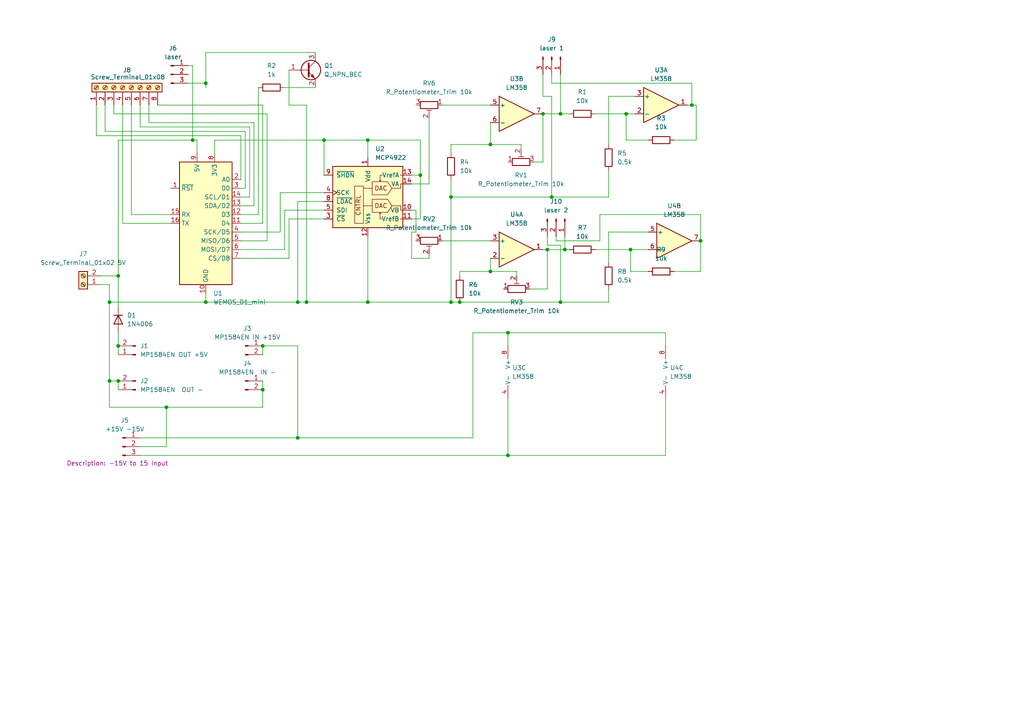
<source format=kicad_sch>
(kicad_sch
	(version 20250114)
	(generator "eeschema")
	(generator_version "9.0")
	(uuid "8b478b6d-658c-4007-a837-4ce8f107a1be")
	(paper "A4")
	(lib_symbols
		(symbol "Amplifier_Operational:LM358"
			(pin_names
				(offset 0.127)
			)
			(exclude_from_sim no)
			(in_bom yes)
			(on_board yes)
			(property "Reference" "U"
				(at 0 5.08 0)
				(effects
					(font
						(size 1.27 1.27)
					)
					(justify left)
				)
			)
			(property "Value" "LM358"
				(at 0 -5.08 0)
				(effects
					(font
						(size 1.27 1.27)
					)
					(justify left)
				)
			)
			(property "Footprint" ""
				(at 0 0 0)
				(effects
					(font
						(size 1.27 1.27)
					)
					(hide yes)
				)
			)
			(property "Datasheet" "http://www.ti.com/lit/ds/symlink/lm2904-n.pdf"
				(at 0 0 0)
				(effects
					(font
						(size 1.27 1.27)
					)
					(hide yes)
				)
			)
			(property "Description" "Low-Power, Dual Operational Amplifiers, DIP-8/SOIC-8/TO-99-8"
				(at 0 0 0)
				(effects
					(font
						(size 1.27 1.27)
					)
					(hide yes)
				)
			)
			(property "ki_locked" ""
				(at 0 0 0)
				(effects
					(font
						(size 1.27 1.27)
					)
				)
			)
			(property "ki_keywords" "dual opamp"
				(at 0 0 0)
				(effects
					(font
						(size 1.27 1.27)
					)
					(hide yes)
				)
			)
			(property "ki_fp_filters" "SOIC*3.9x4.9mm*P1.27mm* DIP*W7.62mm* TO*99* OnSemi*Micro8* TSSOP*3x3mm*P0.65mm* TSSOP*4.4x3mm*P0.65mm* MSOP*3x3mm*P0.65mm* SSOP*3.9x4.9mm*P0.635mm* LFCSP*2x2mm*P0.5mm* *SIP* SOIC*5.3x6.2mm*P1.27mm*"
				(at 0 0 0)
				(effects
					(font
						(size 1.27 1.27)
					)
					(hide yes)
				)
			)
			(symbol "LM358_1_1"
				(polyline
					(pts
						(xy -5.08 5.08) (xy 5.08 0) (xy -5.08 -5.08) (xy -5.08 5.08)
					)
					(stroke
						(width 0.254)
						(type default)
					)
					(fill
						(type background)
					)
				)
				(pin input line
					(at -7.62 2.54 0)
					(length 2.54)
					(name "+"
						(effects
							(font
								(size 1.27 1.27)
							)
						)
					)
					(number "3"
						(effects
							(font
								(size 1.27 1.27)
							)
						)
					)
				)
				(pin input line
					(at -7.62 -2.54 0)
					(length 2.54)
					(name "-"
						(effects
							(font
								(size 1.27 1.27)
							)
						)
					)
					(number "2"
						(effects
							(font
								(size 1.27 1.27)
							)
						)
					)
				)
				(pin output line
					(at 7.62 0 180)
					(length 2.54)
					(name "~"
						(effects
							(font
								(size 1.27 1.27)
							)
						)
					)
					(number "1"
						(effects
							(font
								(size 1.27 1.27)
							)
						)
					)
				)
			)
			(symbol "LM358_2_1"
				(polyline
					(pts
						(xy -5.08 5.08) (xy 5.08 0) (xy -5.08 -5.08) (xy -5.08 5.08)
					)
					(stroke
						(width 0.254)
						(type default)
					)
					(fill
						(type background)
					)
				)
				(pin input line
					(at -7.62 2.54 0)
					(length 2.54)
					(name "+"
						(effects
							(font
								(size 1.27 1.27)
							)
						)
					)
					(number "5"
						(effects
							(font
								(size 1.27 1.27)
							)
						)
					)
				)
				(pin input line
					(at -7.62 -2.54 0)
					(length 2.54)
					(name "-"
						(effects
							(font
								(size 1.27 1.27)
							)
						)
					)
					(number "6"
						(effects
							(font
								(size 1.27 1.27)
							)
						)
					)
				)
				(pin output line
					(at 7.62 0 180)
					(length 2.54)
					(name "~"
						(effects
							(font
								(size 1.27 1.27)
							)
						)
					)
					(number "7"
						(effects
							(font
								(size 1.27 1.27)
							)
						)
					)
				)
			)
			(symbol "LM358_3_1"
				(pin power_in line
					(at -2.54 7.62 270)
					(length 3.81)
					(name "V+"
						(effects
							(font
								(size 1.27 1.27)
							)
						)
					)
					(number "8"
						(effects
							(font
								(size 1.27 1.27)
							)
						)
					)
				)
				(pin power_in line
					(at -2.54 -7.62 90)
					(length 3.81)
					(name "V-"
						(effects
							(font
								(size 1.27 1.27)
							)
						)
					)
					(number "4"
						(effects
							(font
								(size 1.27 1.27)
							)
						)
					)
				)
			)
			(embedded_fonts no)
		)
		(symbol "Analog_DAC:MCP4922"
			(pin_names
				(offset 1.016)
			)
			(exclude_from_sim no)
			(in_bom yes)
			(on_board yes)
			(property "Reference" "U"
				(at -1.905 10.795 0)
				(effects
					(font
						(size 1.27 1.27)
					)
					(justify right)
				)
			)
			(property "Value" "MCP4922"
				(at -1.905 8.89 0)
				(effects
					(font
						(size 1.27 1.27)
					)
					(justify right)
				)
			)
			(property "Footprint" ""
				(at 20.32 -7.62 0)
				(effects
					(font
						(size 1.27 1.27)
					)
					(hide yes)
				)
			)
			(property "Datasheet" "http://ww1.microchip.com/downloads/en/DeviceDoc/22250A.pdf"
				(at 20.32 -7.62 0)
				(effects
					(font
						(size 1.27 1.27)
					)
					(hide yes)
				)
			)
			(property "Description" "2-Channel 12-Bit D/A Converters with SPI Interface"
				(at 0 0 0)
				(effects
					(font
						(size 1.27 1.27)
					)
					(hide yes)
				)
			)
			(property "ki_keywords" "12-Bit DAC SPI 2CH"
				(at 0 0 0)
				(effects
					(font
						(size 1.27 1.27)
					)
					(hide yes)
				)
			)
			(property "ki_fp_filters" "DIP*W7.62mm* SOIC*3.9x8.7mm*P1.27mm* TSSOP*4.4x5mm*P0.65mm*"
				(at 0 0 0)
				(effects
					(font
						(size 1.27 1.27)
					)
					(hide yes)
				)
			)
			(symbol "MCP4922_0_0"
				(polyline
					(pts
						(xy 3.556 3.302) (xy 3.302 3.556)
					)
					(stroke
						(width 0)
						(type default)
					)
					(fill
						(type none)
					)
				)
				(polyline
					(pts
						(xy 3.556 3.302) (xy 3.81 3.556)
					)
					(stroke
						(width 0)
						(type default)
					)
					(fill
						(type none)
					)
				)
				(polyline
					(pts
						(xy 3.556 -5.842) (xy 3.302 -6.096)
					)
					(stroke
						(width 0)
						(type default)
					)
					(fill
						(type none)
					)
				)
				(polyline
					(pts
						(xy 3.556 -5.842) (xy 3.81 -6.096)
					)
					(stroke
						(width 0)
						(type default)
					)
					(fill
						(type none)
					)
				)
				(polyline
					(pts
						(xy 4.064 -7.62) (xy 3.556 -7.62) (xy 3.556 -5.842)
					)
					(stroke
						(width 0)
						(type default)
					)
					(fill
						(type none)
					)
				)
				(polyline
					(pts
						(xy 4.318 5.08) (xy 3.556 5.08) (xy 3.556 3.302)
					)
					(stroke
						(width 0)
						(type default)
					)
					(fill
						(type none)
					)
				)
				(polyline
					(pts
						(xy 6.985 1.27) (xy 9.525 1.27) (xy 9.525 2.54) (xy 10.16 2.54)
					)
					(stroke
						(width 0)
						(type default)
					)
					(fill
						(type none)
					)
				)
				(polyline
					(pts
						(xy 6.985 -3.81) (xy 9.525 -3.81) (xy 9.525 -5.08) (xy 10.16 -5.08)
					)
					(stroke
						(width 0)
						(type default)
					)
					(fill
						(type none)
					)
				)
				(polyline
					(pts
						(xy 10.16 5.08) (xy 9.398 5.08)
					)
					(stroke
						(width 0)
						(type default)
					)
					(fill
						(type none)
					)
				)
				(polyline
					(pts
						(xy 10.16 -7.62) (xy 9.398 -7.62)
					)
					(stroke
						(width 0)
						(type default)
					)
					(fill
						(type none)
					)
				)
				(text "CNTRL"
					(at -2.032 -6.731 900)
					(effects
						(font
							(size 1.27 1.27)
						)
						(justify left bottom)
					)
				)
				(text "DAC"
					(at 3.81 1.27 0)
					(effects
						(font
							(size 1.27 1.27)
						)
					)
				)
				(text "DAC"
					(at 3.81 -3.81 0)
					(effects
						(font
							(size 1.27 1.27)
						)
					)
				)
			)
			(symbol "MCP4922_0_1"
				(rectangle
					(start -10.16 7.62)
					(end 10.16 -10.16)
					(stroke
						(width 0.254)
						(type default)
					)
					(fill
						(type background)
					)
				)
				(rectangle
					(start -1.27 -8.89)
					(end -3.81 1.905)
					(stroke
						(width 0)
						(type default)
					)
					(fill
						(type none)
					)
				)
				(polyline
					(pts
						(xy 1.27 1.27) (xy -1.27 1.27)
					)
					(stroke
						(width 0)
						(type default)
					)
					(fill
						(type none)
					)
				)
				(polyline
					(pts
						(xy 1.27 -3.81) (xy -1.27 -3.81)
					)
					(stroke
						(width 0)
						(type default)
					)
					(fill
						(type none)
					)
				)
				(polyline
					(pts
						(xy 6.985 1.27) (xy 5.715 3.175) (xy 1.27 3.175) (xy 1.27 -0.635) (xy 5.715 -0.635) (xy 6.985 1.27)
					)
					(stroke
						(width 0)
						(type default)
					)
					(fill
						(type none)
					)
				)
				(polyline
					(pts
						(xy 6.985 -3.81) (xy 5.715 -1.905) (xy 1.27 -1.905) (xy 1.27 -5.715) (xy 5.715 -5.715) (xy 6.985 -3.81)
					)
					(stroke
						(width 0)
						(type default)
					)
					(fill
						(type none)
					)
				)
			)
			(symbol "MCP4922_1_1"
				(pin input line
					(at -12.7 5.08 0)
					(length 2.54)
					(name "~{SHDN}"
						(effects
							(font
								(size 1.27 1.27)
							)
						)
					)
					(number "9"
						(effects
							(font
								(size 1.27 1.27)
							)
						)
					)
				)
				(pin input clock
					(at -12.7 0 0)
					(length 2.54)
					(name "SCK"
						(effects
							(font
								(size 1.27 1.27)
							)
						)
					)
					(number "4"
						(effects
							(font
								(size 1.27 1.27)
							)
						)
					)
				)
				(pin input line
					(at -12.7 -2.54 0)
					(length 2.54)
					(name "~{LDAC}"
						(effects
							(font
								(size 1.27 1.27)
							)
						)
					)
					(number "8"
						(effects
							(font
								(size 1.27 1.27)
							)
						)
					)
				)
				(pin input line
					(at -12.7 -5.08 0)
					(length 2.54)
					(name "SDI"
						(effects
							(font
								(size 1.27 1.27)
							)
						)
					)
					(number "5"
						(effects
							(font
								(size 1.27 1.27)
							)
						)
					)
				)
				(pin input line
					(at -12.7 -7.62 0)
					(length 2.54)
					(name "~{CS}"
						(effects
							(font
								(size 1.27 1.27)
							)
						)
					)
					(number "3"
						(effects
							(font
								(size 1.27 1.27)
							)
						)
					)
				)
				(pin no_connect line
					(at -7.62 -10.16 90)
					(length 2.54)
					(hide yes)
					(name "NC"
						(effects
							(font
								(size 1.27 1.27)
							)
						)
					)
					(number "2"
						(effects
							(font
								(size 1.27 1.27)
							)
						)
					)
				)
				(pin no_connect line
					(at -5.08 -10.16 90)
					(length 2.54)
					(hide yes)
					(name "NC"
						(effects
							(font
								(size 1.27 1.27)
							)
						)
					)
					(number "6"
						(effects
							(font
								(size 1.27 1.27)
							)
						)
					)
				)
				(pin no_connect line
					(at -2.54 -10.16 90)
					(length 2.54)
					(hide yes)
					(name "NC"
						(effects
							(font
								(size 1.27 1.27)
							)
						)
					)
					(number "7"
						(effects
							(font
								(size 1.27 1.27)
							)
						)
					)
				)
				(pin power_in line
					(at 0 10.16 270)
					(length 2.54)
					(name "Vdd"
						(effects
							(font
								(size 1.27 1.27)
							)
						)
					)
					(number "1"
						(effects
							(font
								(size 1.27 1.27)
							)
						)
					)
				)
				(pin power_in line
					(at 0 -12.7 90)
					(length 2.54)
					(name "Vss"
						(effects
							(font
								(size 1.27 1.27)
							)
						)
					)
					(number "12"
						(effects
							(font
								(size 1.27 1.27)
							)
						)
					)
				)
				(pin input line
					(at 12.7 5.08 180)
					(length 2.54)
					(name "VrefA"
						(effects
							(font
								(size 1.27 1.27)
							)
						)
					)
					(number "13"
						(effects
							(font
								(size 1.27 1.27)
							)
						)
					)
				)
				(pin output line
					(at 12.7 2.54 180)
					(length 2.54)
					(name "VA"
						(effects
							(font
								(size 1.27 1.27)
							)
						)
					)
					(number "14"
						(effects
							(font
								(size 1.27 1.27)
							)
						)
					)
				)
				(pin output line
					(at 12.7 -5.08 180)
					(length 2.54)
					(name "VB"
						(effects
							(font
								(size 1.27 1.27)
							)
						)
					)
					(number "10"
						(effects
							(font
								(size 1.27 1.27)
							)
						)
					)
				)
				(pin input line
					(at 12.7 -7.62 180)
					(length 2.54)
					(name "VrefB"
						(effects
							(font
								(size 1.27 1.27)
							)
						)
					)
					(number "11"
						(effects
							(font
								(size 1.27 1.27)
							)
						)
					)
				)
			)
			(embedded_fonts no)
		)
		(symbol "Connector:Conn_01x02_Pin"
			(pin_names
				(offset 1.016)
				(hide yes)
			)
			(exclude_from_sim no)
			(in_bom yes)
			(on_board yes)
			(property "Reference" "J"
				(at 0 2.54 0)
				(effects
					(font
						(size 1.27 1.27)
					)
				)
			)
			(property "Value" "Conn_01x02_Pin"
				(at 0 -5.08 0)
				(effects
					(font
						(size 1.27 1.27)
					)
				)
			)
			(property "Footprint" ""
				(at 0 0 0)
				(effects
					(font
						(size 1.27 1.27)
					)
					(hide yes)
				)
			)
			(property "Datasheet" "~"
				(at 0 0 0)
				(effects
					(font
						(size 1.27 1.27)
					)
					(hide yes)
				)
			)
			(property "Description" "Generic connector, single row, 01x02, script generated"
				(at 0 0 0)
				(effects
					(font
						(size 1.27 1.27)
					)
					(hide yes)
				)
			)
			(property "ki_locked" ""
				(at 0 0 0)
				(effects
					(font
						(size 1.27 1.27)
					)
				)
			)
			(property "ki_keywords" "connector"
				(at 0 0 0)
				(effects
					(font
						(size 1.27 1.27)
					)
					(hide yes)
				)
			)
			(property "ki_fp_filters" "Connector*:*_1x??_*"
				(at 0 0 0)
				(effects
					(font
						(size 1.27 1.27)
					)
					(hide yes)
				)
			)
			(symbol "Conn_01x02_Pin_1_1"
				(rectangle
					(start 0.8636 0.127)
					(end 0 -0.127)
					(stroke
						(width 0.1524)
						(type default)
					)
					(fill
						(type outline)
					)
				)
				(rectangle
					(start 0.8636 -2.413)
					(end 0 -2.667)
					(stroke
						(width 0.1524)
						(type default)
					)
					(fill
						(type outline)
					)
				)
				(polyline
					(pts
						(xy 1.27 0) (xy 0.8636 0)
					)
					(stroke
						(width 0.1524)
						(type default)
					)
					(fill
						(type none)
					)
				)
				(polyline
					(pts
						(xy 1.27 -2.54) (xy 0.8636 -2.54)
					)
					(stroke
						(width 0.1524)
						(type default)
					)
					(fill
						(type none)
					)
				)
				(pin passive line
					(at 5.08 0 180)
					(length 3.81)
					(name "Pin_1"
						(effects
							(font
								(size 1.27 1.27)
							)
						)
					)
					(number "1"
						(effects
							(font
								(size 1.27 1.27)
							)
						)
					)
				)
				(pin passive line
					(at 5.08 -2.54 180)
					(length 3.81)
					(name "Pin_2"
						(effects
							(font
								(size 1.27 1.27)
							)
						)
					)
					(number "2"
						(effects
							(font
								(size 1.27 1.27)
							)
						)
					)
				)
			)
			(embedded_fonts no)
		)
		(symbol "Connector:Conn_01x03_Pin"
			(pin_names
				(offset 1.016)
				(hide yes)
			)
			(exclude_from_sim no)
			(in_bom yes)
			(on_board yes)
			(property "Reference" "J"
				(at 0 5.08 0)
				(effects
					(font
						(size 1.27 1.27)
					)
				)
			)
			(property "Value" "Conn_01x03_Pin"
				(at 0 -5.08 0)
				(effects
					(font
						(size 1.27 1.27)
					)
				)
			)
			(property "Footprint" ""
				(at 0 0 0)
				(effects
					(font
						(size 1.27 1.27)
					)
					(hide yes)
				)
			)
			(property "Datasheet" "~"
				(at 0 0 0)
				(effects
					(font
						(size 1.27 1.27)
					)
					(hide yes)
				)
			)
			(property "Description" "Generic connector, single row, 01x03, script generated"
				(at 0 0 0)
				(effects
					(font
						(size 1.27 1.27)
					)
					(hide yes)
				)
			)
			(property "ki_locked" ""
				(at 0 0 0)
				(effects
					(font
						(size 1.27 1.27)
					)
				)
			)
			(property "ki_keywords" "connector"
				(at 0 0 0)
				(effects
					(font
						(size 1.27 1.27)
					)
					(hide yes)
				)
			)
			(property "ki_fp_filters" "Connector*:*_1x??_*"
				(at 0 0 0)
				(effects
					(font
						(size 1.27 1.27)
					)
					(hide yes)
				)
			)
			(symbol "Conn_01x03_Pin_1_1"
				(rectangle
					(start 0.8636 2.667)
					(end 0 2.413)
					(stroke
						(width 0.1524)
						(type default)
					)
					(fill
						(type outline)
					)
				)
				(rectangle
					(start 0.8636 0.127)
					(end 0 -0.127)
					(stroke
						(width 0.1524)
						(type default)
					)
					(fill
						(type outline)
					)
				)
				(rectangle
					(start 0.8636 -2.413)
					(end 0 -2.667)
					(stroke
						(width 0.1524)
						(type default)
					)
					(fill
						(type outline)
					)
				)
				(polyline
					(pts
						(xy 1.27 2.54) (xy 0.8636 2.54)
					)
					(stroke
						(width 0.1524)
						(type default)
					)
					(fill
						(type none)
					)
				)
				(polyline
					(pts
						(xy 1.27 0) (xy 0.8636 0)
					)
					(stroke
						(width 0.1524)
						(type default)
					)
					(fill
						(type none)
					)
				)
				(polyline
					(pts
						(xy 1.27 -2.54) (xy 0.8636 -2.54)
					)
					(stroke
						(width 0.1524)
						(type default)
					)
					(fill
						(type none)
					)
				)
				(pin passive line
					(at 5.08 2.54 180)
					(length 3.81)
					(name "Pin_1"
						(effects
							(font
								(size 1.27 1.27)
							)
						)
					)
					(number "1"
						(effects
							(font
								(size 1.27 1.27)
							)
						)
					)
				)
				(pin passive line
					(at 5.08 0 180)
					(length 3.81)
					(name "Pin_2"
						(effects
							(font
								(size 1.27 1.27)
							)
						)
					)
					(number "2"
						(effects
							(font
								(size 1.27 1.27)
							)
						)
					)
				)
				(pin passive line
					(at 5.08 -2.54 180)
					(length 3.81)
					(name "Pin_3"
						(effects
							(font
								(size 1.27 1.27)
							)
						)
					)
					(number "3"
						(effects
							(font
								(size 1.27 1.27)
							)
						)
					)
				)
			)
			(embedded_fonts no)
		)
		(symbol "Connector:Screw_Terminal_01x02"
			(pin_names
				(offset 1.016)
				(hide yes)
			)
			(exclude_from_sim no)
			(in_bom yes)
			(on_board yes)
			(property "Reference" "J"
				(at 0 2.54 0)
				(effects
					(font
						(size 1.27 1.27)
					)
				)
			)
			(property "Value" "Screw_Terminal_01x02"
				(at 0 -5.08 0)
				(effects
					(font
						(size 1.27 1.27)
					)
				)
			)
			(property "Footprint" ""
				(at 0 0 0)
				(effects
					(font
						(size 1.27 1.27)
					)
					(hide yes)
				)
			)
			(property "Datasheet" "~"
				(at 0 0 0)
				(effects
					(font
						(size 1.27 1.27)
					)
					(hide yes)
				)
			)
			(property "Description" "Generic screw terminal, single row, 01x02, script generated (kicad-library-utils/schlib/autogen/connector/)"
				(at 0 0 0)
				(effects
					(font
						(size 1.27 1.27)
					)
					(hide yes)
				)
			)
			(property "ki_keywords" "screw terminal"
				(at 0 0 0)
				(effects
					(font
						(size 1.27 1.27)
					)
					(hide yes)
				)
			)
			(property "ki_fp_filters" "TerminalBlock*:*"
				(at 0 0 0)
				(effects
					(font
						(size 1.27 1.27)
					)
					(hide yes)
				)
			)
			(symbol "Screw_Terminal_01x02_1_1"
				(rectangle
					(start -1.27 1.27)
					(end 1.27 -3.81)
					(stroke
						(width 0.254)
						(type default)
					)
					(fill
						(type background)
					)
				)
				(polyline
					(pts
						(xy -0.5334 0.3302) (xy 0.3302 -0.508)
					)
					(stroke
						(width 0.1524)
						(type default)
					)
					(fill
						(type none)
					)
				)
				(polyline
					(pts
						(xy -0.5334 -2.2098) (xy 0.3302 -3.048)
					)
					(stroke
						(width 0.1524)
						(type default)
					)
					(fill
						(type none)
					)
				)
				(polyline
					(pts
						(xy -0.3556 0.508) (xy 0.508 -0.3302)
					)
					(stroke
						(width 0.1524)
						(type default)
					)
					(fill
						(type none)
					)
				)
				(polyline
					(pts
						(xy -0.3556 -2.032) (xy 0.508 -2.8702)
					)
					(stroke
						(width 0.1524)
						(type default)
					)
					(fill
						(type none)
					)
				)
				(circle
					(center 0 0)
					(radius 0.635)
					(stroke
						(width 0.1524)
						(type default)
					)
					(fill
						(type none)
					)
				)
				(circle
					(center 0 -2.54)
					(radius 0.635)
					(stroke
						(width 0.1524)
						(type default)
					)
					(fill
						(type none)
					)
				)
				(pin passive line
					(at -5.08 0 0)
					(length 3.81)
					(name "Pin_1"
						(effects
							(font
								(size 1.27 1.27)
							)
						)
					)
					(number "1"
						(effects
							(font
								(size 1.27 1.27)
							)
						)
					)
				)
				(pin passive line
					(at -5.08 -2.54 0)
					(length 3.81)
					(name "Pin_2"
						(effects
							(font
								(size 1.27 1.27)
							)
						)
					)
					(number "2"
						(effects
							(font
								(size 1.27 1.27)
							)
						)
					)
				)
			)
			(embedded_fonts no)
		)
		(symbol "Connector:Screw_Terminal_01x08"
			(pin_names
				(offset 1.016)
				(hide yes)
			)
			(exclude_from_sim no)
			(in_bom yes)
			(on_board yes)
			(property "Reference" "J"
				(at 0 10.16 0)
				(effects
					(font
						(size 1.27 1.27)
					)
				)
			)
			(property "Value" "Screw_Terminal_01x08"
				(at 0 -12.7 0)
				(effects
					(font
						(size 1.27 1.27)
					)
				)
			)
			(property "Footprint" ""
				(at 0 0 0)
				(effects
					(font
						(size 1.27 1.27)
					)
					(hide yes)
				)
			)
			(property "Datasheet" "~"
				(at 0 0 0)
				(effects
					(font
						(size 1.27 1.27)
					)
					(hide yes)
				)
			)
			(property "Description" "Generic screw terminal, single row, 01x08, script generated (kicad-library-utils/schlib/autogen/connector/)"
				(at 0 0 0)
				(effects
					(font
						(size 1.27 1.27)
					)
					(hide yes)
				)
			)
			(property "ki_keywords" "screw terminal"
				(at 0 0 0)
				(effects
					(font
						(size 1.27 1.27)
					)
					(hide yes)
				)
			)
			(property "ki_fp_filters" "TerminalBlock*:*"
				(at 0 0 0)
				(effects
					(font
						(size 1.27 1.27)
					)
					(hide yes)
				)
			)
			(symbol "Screw_Terminal_01x08_1_1"
				(rectangle
					(start -1.27 8.89)
					(end 1.27 -11.43)
					(stroke
						(width 0.254)
						(type default)
					)
					(fill
						(type background)
					)
				)
				(polyline
					(pts
						(xy -0.5334 7.9502) (xy 0.3302 7.112)
					)
					(stroke
						(width 0.1524)
						(type default)
					)
					(fill
						(type none)
					)
				)
				(polyline
					(pts
						(xy -0.5334 5.4102) (xy 0.3302 4.572)
					)
					(stroke
						(width 0.1524)
						(type default)
					)
					(fill
						(type none)
					)
				)
				(polyline
					(pts
						(xy -0.5334 2.8702) (xy 0.3302 2.032)
					)
					(stroke
						(width 0.1524)
						(type default)
					)
					(fill
						(type none)
					)
				)
				(polyline
					(pts
						(xy -0.5334 0.3302) (xy 0.3302 -0.508)
					)
					(stroke
						(width 0.1524)
						(type default)
					)
					(fill
						(type none)
					)
				)
				(polyline
					(pts
						(xy -0.5334 -2.2098) (xy 0.3302 -3.048)
					)
					(stroke
						(width 0.1524)
						(type default)
					)
					(fill
						(type none)
					)
				)
				(polyline
					(pts
						(xy -0.5334 -4.7498) (xy 0.3302 -5.588)
					)
					(stroke
						(width 0.1524)
						(type default)
					)
					(fill
						(type none)
					)
				)
				(polyline
					(pts
						(xy -0.5334 -7.2898) (xy 0.3302 -8.128)
					)
					(stroke
						(width 0.1524)
						(type default)
					)
					(fill
						(type none)
					)
				)
				(polyline
					(pts
						(xy -0.5334 -9.8298) (xy 0.3302 -10.668)
					)
					(stroke
						(width 0.1524)
						(type default)
					)
					(fill
						(type none)
					)
				)
				(polyline
					(pts
						(xy -0.3556 8.128) (xy 0.508 7.2898)
					)
					(stroke
						(width 0.1524)
						(type default)
					)
					(fill
						(type none)
					)
				)
				(polyline
					(pts
						(xy -0.3556 5.588) (xy 0.508 4.7498)
					)
					(stroke
						(width 0.1524)
						(type default)
					)
					(fill
						(type none)
					)
				)
				(polyline
					(pts
						(xy -0.3556 3.048) (xy 0.508 2.2098)
					)
					(stroke
						(width 0.1524)
						(type default)
					)
					(fill
						(type none)
					)
				)
				(polyline
					(pts
						(xy -0.3556 0.508) (xy 0.508 -0.3302)
					)
					(stroke
						(width 0.1524)
						(type default)
					)
					(fill
						(type none)
					)
				)
				(polyline
					(pts
						(xy -0.3556 -2.032) (xy 0.508 -2.8702)
					)
					(stroke
						(width 0.1524)
						(type default)
					)
					(fill
						(type none)
					)
				)
				(polyline
					(pts
						(xy -0.3556 -4.572) (xy 0.508 -5.4102)
					)
					(stroke
						(width 0.1524)
						(type default)
					)
					(fill
						(type none)
					)
				)
				(polyline
					(pts
						(xy -0.3556 -7.112) (xy 0.508 -7.9502)
					)
					(stroke
						(width 0.1524)
						(type default)
					)
					(fill
						(type none)
					)
				)
				(polyline
					(pts
						(xy -0.3556 -9.652) (xy 0.508 -10.4902)
					)
					(stroke
						(width 0.1524)
						(type default)
					)
					(fill
						(type none)
					)
				)
				(circle
					(center 0 7.62)
					(radius 0.635)
					(stroke
						(width 0.1524)
						(type default)
					)
					(fill
						(type none)
					)
				)
				(circle
					(center 0 5.08)
					(radius 0.635)
					(stroke
						(width 0.1524)
						(type default)
					)
					(fill
						(type none)
					)
				)
				(circle
					(center 0 2.54)
					(radius 0.635)
					(stroke
						(width 0.1524)
						(type default)
					)
					(fill
						(type none)
					)
				)
				(circle
					(center 0 0)
					(radius 0.635)
					(stroke
						(width 0.1524)
						(type default)
					)
					(fill
						(type none)
					)
				)
				(circle
					(center 0 -2.54)
					(radius 0.635)
					(stroke
						(width 0.1524)
						(type default)
					)
					(fill
						(type none)
					)
				)
				(circle
					(center 0 -5.08)
					(radius 0.635)
					(stroke
						(width 0.1524)
						(type default)
					)
					(fill
						(type none)
					)
				)
				(circle
					(center 0 -7.62)
					(radius 0.635)
					(stroke
						(width 0.1524)
						(type default)
					)
					(fill
						(type none)
					)
				)
				(circle
					(center 0 -10.16)
					(radius 0.635)
					(stroke
						(width 0.1524)
						(type default)
					)
					(fill
						(type none)
					)
				)
				(pin passive line
					(at -5.08 7.62 0)
					(length 3.81)
					(name "Pin_1"
						(effects
							(font
								(size 1.27 1.27)
							)
						)
					)
					(number "1"
						(effects
							(font
								(size 1.27 1.27)
							)
						)
					)
				)
				(pin passive line
					(at -5.08 5.08 0)
					(length 3.81)
					(name "Pin_2"
						(effects
							(font
								(size 1.27 1.27)
							)
						)
					)
					(number "2"
						(effects
							(font
								(size 1.27 1.27)
							)
						)
					)
				)
				(pin passive line
					(at -5.08 2.54 0)
					(length 3.81)
					(name "Pin_3"
						(effects
							(font
								(size 1.27 1.27)
							)
						)
					)
					(number "3"
						(effects
							(font
								(size 1.27 1.27)
							)
						)
					)
				)
				(pin passive line
					(at -5.08 0 0)
					(length 3.81)
					(name "Pin_4"
						(effects
							(font
								(size 1.27 1.27)
							)
						)
					)
					(number "4"
						(effects
							(font
								(size 1.27 1.27)
							)
						)
					)
				)
				(pin passive line
					(at -5.08 -2.54 0)
					(length 3.81)
					(name "Pin_5"
						(effects
							(font
								(size 1.27 1.27)
							)
						)
					)
					(number "5"
						(effects
							(font
								(size 1.27 1.27)
							)
						)
					)
				)
				(pin passive line
					(at -5.08 -5.08 0)
					(length 3.81)
					(name "Pin_6"
						(effects
							(font
								(size 1.27 1.27)
							)
						)
					)
					(number "6"
						(effects
							(font
								(size 1.27 1.27)
							)
						)
					)
				)
				(pin passive line
					(at -5.08 -7.62 0)
					(length 3.81)
					(name "Pin_7"
						(effects
							(font
								(size 1.27 1.27)
							)
						)
					)
					(number "7"
						(effects
							(font
								(size 1.27 1.27)
							)
						)
					)
				)
				(pin passive line
					(at -5.08 -10.16 0)
					(length 3.81)
					(name "Pin_8"
						(effects
							(font
								(size 1.27 1.27)
							)
						)
					)
					(number "8"
						(effects
							(font
								(size 1.27 1.27)
							)
						)
					)
				)
			)
			(embedded_fonts no)
		)
		(symbol "Device:R"
			(pin_numbers
				(hide yes)
			)
			(pin_names
				(offset 0)
			)
			(exclude_from_sim no)
			(in_bom yes)
			(on_board yes)
			(property "Reference" "R"
				(at 2.032 0 90)
				(effects
					(font
						(size 1.27 1.27)
					)
				)
			)
			(property "Value" "R"
				(at 0 0 90)
				(effects
					(font
						(size 1.27 1.27)
					)
				)
			)
			(property "Footprint" ""
				(at -1.778 0 90)
				(effects
					(font
						(size 1.27 1.27)
					)
					(hide yes)
				)
			)
			(property "Datasheet" "~"
				(at 0 0 0)
				(effects
					(font
						(size 1.27 1.27)
					)
					(hide yes)
				)
			)
			(property "Description" "Resistor"
				(at 0 0 0)
				(effects
					(font
						(size 1.27 1.27)
					)
					(hide yes)
				)
			)
			(property "ki_keywords" "R res resistor"
				(at 0 0 0)
				(effects
					(font
						(size 1.27 1.27)
					)
					(hide yes)
				)
			)
			(property "ki_fp_filters" "R_*"
				(at 0 0 0)
				(effects
					(font
						(size 1.27 1.27)
					)
					(hide yes)
				)
			)
			(symbol "R_0_1"
				(rectangle
					(start -1.016 -2.54)
					(end 1.016 2.54)
					(stroke
						(width 0.254)
						(type default)
					)
					(fill
						(type none)
					)
				)
			)
			(symbol "R_1_1"
				(pin passive line
					(at 0 3.81 270)
					(length 1.27)
					(name "~"
						(effects
							(font
								(size 1.27 1.27)
							)
						)
					)
					(number "1"
						(effects
							(font
								(size 1.27 1.27)
							)
						)
					)
				)
				(pin passive line
					(at 0 -3.81 90)
					(length 1.27)
					(name "~"
						(effects
							(font
								(size 1.27 1.27)
							)
						)
					)
					(number "2"
						(effects
							(font
								(size 1.27 1.27)
							)
						)
					)
				)
			)
			(embedded_fonts no)
		)
		(symbol "Device:R_Potentiometer_Trim"
			(pin_names
				(offset 1.016)
				(hide yes)
			)
			(exclude_from_sim no)
			(in_bom yes)
			(on_board yes)
			(property "Reference" "RV"
				(at -4.445 0 90)
				(effects
					(font
						(size 1.27 1.27)
					)
				)
			)
			(property "Value" "R_Potentiometer_Trim"
				(at -2.54 0 90)
				(effects
					(font
						(size 1.27 1.27)
					)
				)
			)
			(property "Footprint" ""
				(at 0 0 0)
				(effects
					(font
						(size 1.27 1.27)
					)
					(hide yes)
				)
			)
			(property "Datasheet" "~"
				(at 0 0 0)
				(effects
					(font
						(size 1.27 1.27)
					)
					(hide yes)
				)
			)
			(property "Description" "Trim-potentiometer"
				(at 0 0 0)
				(effects
					(font
						(size 1.27 1.27)
					)
					(hide yes)
				)
			)
			(property "ki_keywords" "resistor variable trimpot trimmer"
				(at 0 0 0)
				(effects
					(font
						(size 1.27 1.27)
					)
					(hide yes)
				)
			)
			(property "ki_fp_filters" "Potentiometer*"
				(at 0 0 0)
				(effects
					(font
						(size 1.27 1.27)
					)
					(hide yes)
				)
			)
			(symbol "R_Potentiometer_Trim_0_1"
				(rectangle
					(start 1.016 2.54)
					(end -1.016 -2.54)
					(stroke
						(width 0.254)
						(type default)
					)
					(fill
						(type none)
					)
				)
				(polyline
					(pts
						(xy 1.524 0.762) (xy 1.524 -0.762)
					)
					(stroke
						(width 0)
						(type default)
					)
					(fill
						(type none)
					)
				)
				(polyline
					(pts
						(xy 2.54 0) (xy 1.524 0)
					)
					(stroke
						(width 0)
						(type default)
					)
					(fill
						(type none)
					)
				)
			)
			(symbol "R_Potentiometer_Trim_1_1"
				(pin passive line
					(at 0 3.81 270)
					(length 1.27)
					(name "1"
						(effects
							(font
								(size 1.27 1.27)
							)
						)
					)
					(number "1"
						(effects
							(font
								(size 1.27 1.27)
							)
						)
					)
				)
				(pin passive line
					(at 0 -3.81 90)
					(length 1.27)
					(name "3"
						(effects
							(font
								(size 1.27 1.27)
							)
						)
					)
					(number "3"
						(effects
							(font
								(size 1.27 1.27)
							)
						)
					)
				)
				(pin passive line
					(at 3.81 0 180)
					(length 1.27)
					(name "2"
						(effects
							(font
								(size 1.27 1.27)
							)
						)
					)
					(number "2"
						(effects
							(font
								(size 1.27 1.27)
							)
						)
					)
				)
			)
			(embedded_fonts no)
		)
		(symbol "Diode:1N4006"
			(pin_numbers
				(hide yes)
			)
			(pin_names
				(hide yes)
			)
			(exclude_from_sim no)
			(in_bom yes)
			(on_board yes)
			(property "Reference" "D"
				(at 0 2.54 0)
				(effects
					(font
						(size 1.27 1.27)
					)
				)
			)
			(property "Value" "1N4006"
				(at 0 -2.54 0)
				(effects
					(font
						(size 1.27 1.27)
					)
				)
			)
			(property "Footprint" "Diode_THT:D_DO-41_SOD81_P10.16mm_Horizontal"
				(at 0 -4.445 0)
				(effects
					(font
						(size 1.27 1.27)
					)
					(hide yes)
				)
			)
			(property "Datasheet" "http://www.vishay.com/docs/88503/1n4001.pdf"
				(at 0 0 0)
				(effects
					(font
						(size 1.27 1.27)
					)
					(hide yes)
				)
			)
			(property "Description" "800V 1A General Purpose Rectifier Diode, DO-41"
				(at 0 0 0)
				(effects
					(font
						(size 1.27 1.27)
					)
					(hide yes)
				)
			)
			(property "Sim.Device" "D"
				(at 0 0 0)
				(effects
					(font
						(size 1.27 1.27)
					)
					(hide yes)
				)
			)
			(property "Sim.Pins" "1=K 2=A"
				(at 0 0 0)
				(effects
					(font
						(size 1.27 1.27)
					)
					(hide yes)
				)
			)
			(property "ki_keywords" "diode"
				(at 0 0 0)
				(effects
					(font
						(size 1.27 1.27)
					)
					(hide yes)
				)
			)
			(property "ki_fp_filters" "D*DO?41*"
				(at 0 0 0)
				(effects
					(font
						(size 1.27 1.27)
					)
					(hide yes)
				)
			)
			(symbol "1N4006_0_1"
				(polyline
					(pts
						(xy -1.27 1.27) (xy -1.27 -1.27)
					)
					(stroke
						(width 0.254)
						(type default)
					)
					(fill
						(type none)
					)
				)
				(polyline
					(pts
						(xy 1.27 1.27) (xy 1.27 -1.27) (xy -1.27 0) (xy 1.27 1.27)
					)
					(stroke
						(width 0.254)
						(type default)
					)
					(fill
						(type none)
					)
				)
				(polyline
					(pts
						(xy 1.27 0) (xy -1.27 0)
					)
					(stroke
						(width 0)
						(type default)
					)
					(fill
						(type none)
					)
				)
			)
			(symbol "1N4006_1_1"
				(pin passive line
					(at -3.81 0 0)
					(length 2.54)
					(name "K"
						(effects
							(font
								(size 1.27 1.27)
							)
						)
					)
					(number "1"
						(effects
							(font
								(size 1.27 1.27)
							)
						)
					)
				)
				(pin passive line
					(at 3.81 0 180)
					(length 2.54)
					(name "A"
						(effects
							(font
								(size 1.27 1.27)
							)
						)
					)
					(number "2"
						(effects
							(font
								(size 1.27 1.27)
							)
						)
					)
				)
			)
			(embedded_fonts no)
		)
		(symbol "RF_Module:WEMOS_D1_mini"
			(exclude_from_sim no)
			(in_bom yes)
			(on_board yes)
			(property "Reference" "U"
				(at 3.81 19.05 0)
				(effects
					(font
						(size 1.27 1.27)
					)
					(justify left)
				)
			)
			(property "Value" "WEMOS_D1_mini"
				(at 1.27 -19.05 0)
				(effects
					(font
						(size 1.27 1.27)
					)
					(justify left)
				)
			)
			(property "Footprint" "RF_Module:WEMOS_D1_mini_light"
				(at 0 -29.21 0)
				(effects
					(font
						(size 1.27 1.27)
					)
					(hide yes)
				)
			)
			(property "Datasheet" "https://wiki.wemos.cc/products:d1:d1_mini#documentation"
				(at -46.99 -29.21 0)
				(effects
					(font
						(size 1.27 1.27)
					)
					(hide yes)
				)
			)
			(property "Description" "32-bit microcontroller module with WiFi"
				(at 0 0 0)
				(effects
					(font
						(size 1.27 1.27)
					)
					(hide yes)
				)
			)
			(property "ki_keywords" "ESP8266 WiFi microcontroller ESP8266EX"
				(at 0 0 0)
				(effects
					(font
						(size 1.27 1.27)
					)
					(hide yes)
				)
			)
			(property "ki_fp_filters" "WEMOS*D1*mini*"
				(at 0 0 0)
				(effects
					(font
						(size 1.27 1.27)
					)
					(hide yes)
				)
			)
			(symbol "WEMOS_D1_mini_1_1"
				(rectangle
					(start -7.62 17.78)
					(end 7.62 -17.78)
					(stroke
						(width 0.254)
						(type default)
					)
					(fill
						(type background)
					)
				)
				(pin input line
					(at -10.16 10.16 0)
					(length 2.54)
					(name "~{RST}"
						(effects
							(font
								(size 1.27 1.27)
							)
						)
					)
					(number "1"
						(effects
							(font
								(size 1.27 1.27)
							)
						)
					)
				)
				(pin input line
					(at -10.16 2.54 0)
					(length 2.54)
					(name "RX"
						(effects
							(font
								(size 1.27 1.27)
							)
						)
					)
					(number "15"
						(effects
							(font
								(size 1.27 1.27)
							)
						)
					)
				)
				(pin output line
					(at -10.16 0 0)
					(length 2.54)
					(name "TX"
						(effects
							(font
								(size 1.27 1.27)
							)
						)
					)
					(number "16"
						(effects
							(font
								(size 1.27 1.27)
							)
						)
					)
				)
				(pin power_in line
					(at -2.54 20.32 270)
					(length 2.54)
					(name "5V"
						(effects
							(font
								(size 1.27 1.27)
							)
						)
					)
					(number "9"
						(effects
							(font
								(size 1.27 1.27)
							)
						)
					)
				)
				(pin power_in line
					(at 0 -20.32 90)
					(length 2.54)
					(name "GND"
						(effects
							(font
								(size 1.27 1.27)
							)
						)
					)
					(number "10"
						(effects
							(font
								(size 1.27 1.27)
							)
						)
					)
				)
				(pin power_out line
					(at 2.54 20.32 270)
					(length 2.54)
					(name "3V3"
						(effects
							(font
								(size 1.27 1.27)
							)
						)
					)
					(number "8"
						(effects
							(font
								(size 1.27 1.27)
							)
						)
					)
				)
				(pin input line
					(at 10.16 12.7 180)
					(length 2.54)
					(name "A0"
						(effects
							(font
								(size 1.27 1.27)
							)
						)
					)
					(number "2"
						(effects
							(font
								(size 1.27 1.27)
							)
						)
					)
				)
				(pin bidirectional line
					(at 10.16 10.16 180)
					(length 2.54)
					(name "D0"
						(effects
							(font
								(size 1.27 1.27)
							)
						)
					)
					(number "3"
						(effects
							(font
								(size 1.27 1.27)
							)
						)
					)
				)
				(pin bidirectional line
					(at 10.16 7.62 180)
					(length 2.54)
					(name "SCL/D1"
						(effects
							(font
								(size 1.27 1.27)
							)
						)
					)
					(number "14"
						(effects
							(font
								(size 1.27 1.27)
							)
						)
					)
				)
				(pin bidirectional line
					(at 10.16 5.08 180)
					(length 2.54)
					(name "SDA/D2"
						(effects
							(font
								(size 1.27 1.27)
							)
						)
					)
					(number "13"
						(effects
							(font
								(size 1.27 1.27)
							)
						)
					)
				)
				(pin bidirectional line
					(at 10.16 2.54 180)
					(length 2.54)
					(name "D3"
						(effects
							(font
								(size 1.27 1.27)
							)
						)
					)
					(number "12"
						(effects
							(font
								(size 1.27 1.27)
							)
						)
					)
				)
				(pin bidirectional line
					(at 10.16 0 180)
					(length 2.54)
					(name "D4"
						(effects
							(font
								(size 1.27 1.27)
							)
						)
					)
					(number "11"
						(effects
							(font
								(size 1.27 1.27)
							)
						)
					)
				)
				(pin bidirectional line
					(at 10.16 -2.54 180)
					(length 2.54)
					(name "SCK/D5"
						(effects
							(font
								(size 1.27 1.27)
							)
						)
					)
					(number "4"
						(effects
							(font
								(size 1.27 1.27)
							)
						)
					)
				)
				(pin bidirectional line
					(at 10.16 -5.08 180)
					(length 2.54)
					(name "MISO/D6"
						(effects
							(font
								(size 1.27 1.27)
							)
						)
					)
					(number "5"
						(effects
							(font
								(size 1.27 1.27)
							)
						)
					)
				)
				(pin bidirectional line
					(at 10.16 -7.62 180)
					(length 2.54)
					(name "MOSI/D7"
						(effects
							(font
								(size 1.27 1.27)
							)
						)
					)
					(number "6"
						(effects
							(font
								(size 1.27 1.27)
							)
						)
					)
				)
				(pin bidirectional line
					(at 10.16 -10.16 180)
					(length 2.54)
					(name "CS/D8"
						(effects
							(font
								(size 1.27 1.27)
							)
						)
					)
					(number "7"
						(effects
							(font
								(size 1.27 1.27)
							)
						)
					)
				)
			)
			(embedded_fonts no)
		)
		(symbol "Transistor_BJT:Q_NPN_BEC"
			(pin_names
				(offset 0)
				(hide yes)
			)
			(exclude_from_sim no)
			(in_bom yes)
			(on_board yes)
			(property "Reference" "Q"
				(at 5.08 1.27 0)
				(effects
					(font
						(size 1.27 1.27)
					)
					(justify left)
				)
			)
			(property "Value" "Q_NPN_BEC"
				(at 5.08 -1.27 0)
				(effects
					(font
						(size 1.27 1.27)
					)
					(justify left)
				)
			)
			(property "Footprint" ""
				(at 5.08 2.54 0)
				(effects
					(font
						(size 1.27 1.27)
					)
					(hide yes)
				)
			)
			(property "Datasheet" "~"
				(at 0 0 0)
				(effects
					(font
						(size 1.27 1.27)
					)
					(hide yes)
				)
			)
			(property "Description" "NPN transistor, base/emitter/collector"
				(at 0 0 0)
				(effects
					(font
						(size 1.27 1.27)
					)
					(hide yes)
				)
			)
			(property "Sim.Device" "NPN"
				(at 0 0 0)
				(effects
					(font
						(size 1.27 1.27)
					)
					(hide yes)
				)
			)
			(property "Sim.Pins" "1=B 2=E 3=C"
				(at 0 0 0)
				(effects
					(font
						(size 1.27 1.27)
					)
					(hide yes)
				)
			)
			(property "ki_keywords" "BJT"
				(at 0 0 0)
				(effects
					(font
						(size 1.27 1.27)
					)
					(hide yes)
				)
			)
			(symbol "Q_NPN_BEC_0_1"
				(polyline
					(pts
						(xy -2.54 0) (xy 0.635 0)
					)
					(stroke
						(width 0)
						(type default)
					)
					(fill
						(type none)
					)
				)
				(polyline
					(pts
						(xy 0.635 1.905) (xy 0.635 -1.905)
					)
					(stroke
						(width 0.508)
						(type default)
					)
					(fill
						(type none)
					)
				)
				(circle
					(center 1.27 0)
					(radius 2.8194)
					(stroke
						(width 0.254)
						(type default)
					)
					(fill
						(type none)
					)
				)
			)
			(symbol "Q_NPN_BEC_1_1"
				(polyline
					(pts
						(xy 0.635 0.635) (xy 2.54 2.54)
					)
					(stroke
						(width 0)
						(type default)
					)
					(fill
						(type none)
					)
				)
				(polyline
					(pts
						(xy 0.635 -0.635) (xy 2.54 -2.54)
					)
					(stroke
						(width 0)
						(type default)
					)
					(fill
						(type none)
					)
				)
				(polyline
					(pts
						(xy 1.27 -1.778) (xy 1.778 -1.27) (xy 2.286 -2.286) (xy 1.27 -1.778)
					)
					(stroke
						(width 0)
						(type default)
					)
					(fill
						(type outline)
					)
				)
				(pin input line
					(at -5.08 0 0)
					(length 2.54)
					(name "B"
						(effects
							(font
								(size 1.27 1.27)
							)
						)
					)
					(number "1"
						(effects
							(font
								(size 1.27 1.27)
							)
						)
					)
				)
				(pin passive line
					(at 2.54 5.08 270)
					(length 2.54)
					(name "C"
						(effects
							(font
								(size 1.27 1.27)
							)
						)
					)
					(number "3"
						(effects
							(font
								(size 1.27 1.27)
							)
						)
					)
				)
				(pin passive line
					(at 2.54 -5.08 90)
					(length 2.54)
					(name "E"
						(effects
							(font
								(size 1.27 1.27)
							)
						)
					)
					(number "2"
						(effects
							(font
								(size 1.27 1.27)
							)
						)
					)
				)
			)
			(embedded_fonts no)
		)
	)
	(junction
		(at 106.68 40.64)
		(diameter 0)
		(color 0 0 0 0)
		(uuid "02290d22-0690-42ca-9ed5-59ea7c01a670")
	)
	(junction
		(at 76.2 100.33)
		(diameter 0)
		(color 0 0 0 0)
		(uuid "07259d35-46d7-45af-b62c-932062b6e5fb")
	)
	(junction
		(at 106.68 87.63)
		(diameter 0)
		(color 0 0 0 0)
		(uuid "0a8cc632-4ebf-4927-b122-c96c41e66e8a")
	)
	(junction
		(at 48.26 118.11)
		(diameter 0)
		(color 0 0 0 0)
		(uuid "117673bf-b7de-43cb-8542-352e4f9ab635")
	)
	(junction
		(at 162.56 33.02)
		(diameter 0)
		(color 0 0 0 0)
		(uuid "11ed6cd2-1203-4351-be86-ebb2ae368453")
	)
	(junction
		(at 203.2 69.85)
		(diameter 0)
		(color 0 0 0 0)
		(uuid "183b3c64-7f6b-482d-8a28-39312dce0ad9")
	)
	(junction
		(at 121.92 50.8)
		(diameter 0)
		(color 0 0 0 0)
		(uuid "2b43da26-ad27-448b-95c0-52f00129fafa")
	)
	(junction
		(at 31.75 87.63)
		(diameter 0)
		(color 0 0 0 0)
		(uuid "2c209b77-23c8-4f78-bd7d-5fcfc2454085")
	)
	(junction
		(at 34.29 80.01)
		(diameter 0)
		(color 0 0 0 0)
		(uuid "2ff455cf-a3bc-49dc-805c-6ef2cbdd5113")
	)
	(junction
		(at 88.9 87.63)
		(diameter 0)
		(color 0 0 0 0)
		(uuid "3da58bdc-1e06-4fc2-9e61-0ce86f970f58")
	)
	(junction
		(at 130.81 57.15)
		(diameter 0)
		(color 0 0 0 0)
		(uuid "59d9b2c0-87df-4c92-ba0c-ef1e780325ad")
	)
	(junction
		(at 147.32 132.08)
		(diameter 0)
		(color 0 0 0 0)
		(uuid "5f3e0062-f903-46de-9918-23cbc618a035")
	)
	(junction
		(at 133.35 87.63)
		(diameter 0)
		(color 0 0 0 0)
		(uuid "633560cd-1a3b-4bf7-82a7-918e9321c84a")
	)
	(junction
		(at 55.88 40.64)
		(diameter 0)
		(color 0 0 0 0)
		(uuid "68651987-3c3f-4bf4-aaba-5e376b9642df")
	)
	(junction
		(at 76.2 113.03)
		(diameter 0)
		(color 0 0 0 0)
		(uuid "687a7835-d0e5-46e8-bd75-8c0fdb6f23e8")
	)
	(junction
		(at 142.24 41.91)
		(diameter 0)
		(color 0 0 0 0)
		(uuid "729eaf67-c86d-484a-9325-95295d4b114c")
	)
	(junction
		(at 163.83 72.39)
		(diameter 0)
		(color 0 0 0 0)
		(uuid "78c198be-c2fa-414b-898f-748ba4343685")
	)
	(junction
		(at 34.29 100.33)
		(diameter 0)
		(color 0 0 0 0)
		(uuid "78fc8f08-c766-4450-bd77-72ea6edb63ae")
	)
	(junction
		(at 59.69 87.63)
		(diameter 0)
		(color 0 0 0 0)
		(uuid "8cd7da35-4073-4da1-92b9-001fa64a17a8")
	)
	(junction
		(at 162.56 87.63)
		(diameter 0)
		(color 0 0 0 0)
		(uuid "9095d2d6-5856-4dce-8de9-b99ec65fe237")
	)
	(junction
		(at 31.75 110.49)
		(diameter 0)
		(color 0 0 0 0)
		(uuid "9b381c91-03d2-4b9c-a925-87dba73e6b6c")
	)
	(junction
		(at 200.66 30.48)
		(diameter 0)
		(color 0 0 0 0)
		(uuid "9be25b48-117b-459c-ac4f-9143544cfe0e")
	)
	(junction
		(at 182.88 72.39)
		(diameter 0)
		(color 0 0 0 0)
		(uuid "9fbf3184-4eac-4b83-8b0b-419e0bca294e")
	)
	(junction
		(at 130.81 87.63)
		(diameter 0)
		(color 0 0 0 0)
		(uuid "a25b6560-ad87-405e-bb07-0c8a31b509cd")
	)
	(junction
		(at 181.61 33.02)
		(diameter 0)
		(color 0 0 0 0)
		(uuid "a8342b87-b9a0-4fde-9258-408e000ac3bb")
	)
	(junction
		(at 147.32 96.52)
		(diameter 0)
		(color 0 0 0 0)
		(uuid "a93dcfa2-1e6b-461a-a2e6-f24ca506a6fb")
	)
	(junction
		(at 157.48 33.02)
		(diameter 0)
		(color 0 0 0 0)
		(uuid "cfa82064-ebca-4e1b-b3e2-160475911389")
	)
	(junction
		(at 34.29 110.49)
		(diameter 0)
		(color 0 0 0 0)
		(uuid "d0b814ea-89af-4938-bcff-8bf60488fa87")
	)
	(junction
		(at 86.36 127)
		(diameter 0)
		(color 0 0 0 0)
		(uuid "d999fbdb-f041-4edd-99ba-50cdcaa47567")
	)
	(junction
		(at 86.36 87.63)
		(diameter 0)
		(color 0 0 0 0)
		(uuid "de2915d5-bb67-44cc-851b-b8aa6631f95b")
	)
	(junction
		(at 160.02 57.15)
		(diameter 0)
		(color 0 0 0 0)
		(uuid "e9aefdce-413a-4cc6-b899-2e1c62dbfba8")
	)
	(junction
		(at 142.24 78.74)
		(diameter 0)
		(color 0 0 0 0)
		(uuid "f4b219c2-74fd-47ab-aa78-7a5309b7c01e")
	)
	(junction
		(at 59.69 24.13)
		(diameter 0)
		(color 0 0 0 0)
		(uuid "f90fee52-cd3d-44df-99f4-943ec9c7caf6")
	)
	(junction
		(at 93.98 40.64)
		(diameter 0)
		(color 0 0 0 0)
		(uuid "fcd624b9-13b1-4cfd-bcf0-f87cda0cc024")
	)
	(junction
		(at 158.75 72.39)
		(diameter 0)
		(color 0 0 0 0)
		(uuid "ffc909bf-2bce-4897-b665-d3bb5054001f")
	)
	(wire
		(pts
			(xy 40.64 127) (xy 86.36 127)
		)
		(stroke
			(width 0)
			(type default)
		)
		(uuid "009aa830-d554-433a-9ce1-38f9ac88b9b3")
	)
	(wire
		(pts
			(xy 128.27 30.48) (xy 142.24 30.48)
		)
		(stroke
			(width 0)
			(type default)
		)
		(uuid "046f0b9f-d0b3-4941-a256-72a91bd3bd8d")
	)
	(wire
		(pts
			(xy 82.55 25.4) (xy 91.44 25.4)
		)
		(stroke
			(width 0)
			(type default)
		)
		(uuid "04f714b9-9a09-4d8c-9a99-138a80787ee7")
	)
	(wire
		(pts
			(xy 40.64 30.48) (xy 40.64 36.83)
		)
		(stroke
			(width 0)
			(type default)
		)
		(uuid "0821be9b-7696-4990-bee6-34874732a2d5")
	)
	(wire
		(pts
			(xy 157.48 33.02) (xy 162.56 33.02)
		)
		(stroke
			(width 0)
			(type default)
		)
		(uuid "0a4ebb6e-2b42-454b-b37d-db8e10d21fd7")
	)
	(wire
		(pts
			(xy 120.65 60.96) (xy 120.65 67.31)
		)
		(stroke
			(width 0)
			(type default)
		)
		(uuid "0a7682a1-f538-44b1-9072-2e02afedfee2")
	)
	(wire
		(pts
			(xy 34.29 96.52) (xy 34.29 100.33)
		)
		(stroke
			(width 0)
			(type default)
		)
		(uuid "0aa4e25b-b9ee-4c66-ad06-d5c3a16cfa5d")
	)
	(wire
		(pts
			(xy 142.24 35.56) (xy 142.24 41.91)
		)
		(stroke
			(width 0)
			(type default)
		)
		(uuid "10ba3841-54b6-4437-aedf-e6ebbd69b4ef")
	)
	(wire
		(pts
			(xy 34.29 100.33) (xy 34.29 102.87)
		)
		(stroke
			(width 0)
			(type default)
		)
		(uuid "170efb96-9f49-4abe-af07-562ee054a73e")
	)
	(wire
		(pts
			(xy 72.39 57.15) (xy 72.39 36.83)
		)
		(stroke
			(width 0)
			(type default)
		)
		(uuid "19d5d0dc-e3ca-4293-9e03-15dbc561b37b")
	)
	(wire
		(pts
			(xy 29.21 82.55) (xy 31.75 82.55)
		)
		(stroke
			(width 0)
			(type default)
		)
		(uuid "1a3f2f1f-a06f-4712-a7e6-10b6bd83c34d")
	)
	(wire
		(pts
			(xy 76.2 100.33) (xy 76.2 102.87)
		)
		(stroke
			(width 0)
			(type default)
		)
		(uuid "1c5f68d2-578b-41fd-a5c2-3ac6863b675b")
	)
	(wire
		(pts
			(xy 182.88 72.39) (xy 187.96 72.39)
		)
		(stroke
			(width 0)
			(type default)
		)
		(uuid "1d3f21aa-04f4-4231-a966-4077ac6ab30e")
	)
	(wire
		(pts
			(xy 158.75 71.12) (xy 162.56 71.12)
		)
		(stroke
			(width 0)
			(type default)
		)
		(uuid "201e5284-13e7-496b-a0e1-b323074044e0")
	)
	(wire
		(pts
			(xy 181.61 33.02) (xy 184.15 33.02)
		)
		(stroke
			(width 0)
			(type default)
		)
		(uuid "21154262-d494-4e14-b7fb-6d23a247a8bd")
	)
	(wire
		(pts
			(xy 133.35 87.63) (xy 162.56 87.63)
		)
		(stroke
			(width 0)
			(type default)
		)
		(uuid "2418875f-efae-421d-9c0e-da130f81ad94")
	)
	(wire
		(pts
			(xy 200.66 30.48) (xy 199.39 30.48)
		)
		(stroke
			(width 0)
			(type default)
		)
		(uuid "242aa29e-8e80-411f-86ee-1ea6cc2d32e4")
	)
	(wire
		(pts
			(xy 55.88 19.05) (xy 55.88 40.64)
		)
		(stroke
			(width 0)
			(type default)
		)
		(uuid "2776211b-5fe7-4e95-87e5-f815cb73a263")
	)
	(wire
		(pts
			(xy 34.29 40.64) (xy 34.29 80.01)
		)
		(stroke
			(width 0)
			(type default)
		)
		(uuid "2875e27b-a421-49c7-8659-da4c499654b3")
	)
	(wire
		(pts
			(xy 193.04 132.08) (xy 147.32 132.08)
		)
		(stroke
			(width 0)
			(type default)
		)
		(uuid "2a425b1c-9d84-4a25-ab04-461a2f985c31")
	)
	(wire
		(pts
			(xy 176.53 76.2) (xy 176.53 67.31)
		)
		(stroke
			(width 0)
			(type default)
		)
		(uuid "2a624618-94de-4355-b860-466fef1f4255")
	)
	(wire
		(pts
			(xy 172.72 33.02) (xy 181.61 33.02)
		)
		(stroke
			(width 0)
			(type default)
		)
		(uuid "2e402364-eeeb-46e9-87b7-d03dce22b78c")
	)
	(wire
		(pts
			(xy 69.85 57.15) (xy 72.39 57.15)
		)
		(stroke
			(width 0)
			(type default)
		)
		(uuid "302e4417-2d74-4fc7-9e34-984ef94349eb")
	)
	(wire
		(pts
			(xy 69.85 52.07) (xy 69.85 39.37)
		)
		(stroke
			(width 0)
			(type default)
		)
		(uuid "30d55dd5-2b44-4294-ac81-e3589e89e874")
	)
	(wire
		(pts
			(xy 45.72 30.48) (xy 76.2 30.48)
		)
		(stroke
			(width 0)
			(type default)
		)
		(uuid "312f07a7-0318-48c7-8eec-5e06d3e621b3")
	)
	(wire
		(pts
			(xy 106.68 40.64) (xy 93.98 40.64)
		)
		(stroke
			(width 0)
			(type default)
		)
		(uuid "313ed69b-6c40-453f-bb45-959caddba691")
	)
	(wire
		(pts
			(xy 172.72 72.39) (xy 182.88 72.39)
		)
		(stroke
			(width 0)
			(type default)
		)
		(uuid "32615e13-d052-46c9-8bb2-f612950f8663")
	)
	(wire
		(pts
			(xy 43.18 30.48) (xy 43.18 35.56)
		)
		(stroke
			(width 0)
			(type default)
		)
		(uuid "3677be95-30f8-4524-a19a-b70e4a15f258")
	)
	(wire
		(pts
			(xy 38.1 30.48) (xy 38.1 62.23)
		)
		(stroke
			(width 0)
			(type default)
		)
		(uuid "37c15a64-9f29-411c-a98e-0a1d0bb5b4b6")
	)
	(wire
		(pts
			(xy 119.38 74.93) (xy 124.46 74.93)
		)
		(stroke
			(width 0)
			(type default)
		)
		(uuid "3a5d579b-6ecd-430a-acdc-e4b6ff13ece3")
	)
	(wire
		(pts
			(xy 124.46 34.29) (xy 124.46 53.34)
		)
		(stroke
			(width 0)
			(type default)
		)
		(uuid "3acadc47-1db1-4dd5-8e78-f5df9a46f64f")
	)
	(wire
		(pts
			(xy 201.93 30.48) (xy 200.66 30.48)
		)
		(stroke
			(width 0)
			(type default)
		)
		(uuid "3aea91b5-ca01-42a8-8c64-347dcdc11cfc")
	)
	(wire
		(pts
			(xy 62.23 40.64) (xy 62.23 44.45)
		)
		(stroke
			(width 0)
			(type default)
		)
		(uuid "404050ff-5006-49eb-b06a-d4bf2e7054aa")
	)
	(wire
		(pts
			(xy 130.81 41.91) (xy 130.81 44.45)
		)
		(stroke
			(width 0)
			(type default)
		)
		(uuid "40430722-8602-4437-8247-274e16b63428")
	)
	(wire
		(pts
			(xy 59.69 85.09) (xy 59.69 87.63)
		)
		(stroke
			(width 0)
			(type default)
		)
		(uuid "42650de3-d74c-4f1d-b63e-7be849b89bfc")
	)
	(wire
		(pts
			(xy 59.69 15.24) (xy 59.69 24.13)
		)
		(stroke
			(width 0)
			(type default)
		)
		(uuid "4268378c-daa9-4da4-ae7f-e9c3ab0eb14f")
	)
	(wire
		(pts
			(xy 160.02 57.15) (xy 176.53 57.15)
		)
		(stroke
			(width 0)
			(type default)
		)
		(uuid "4276091f-f088-49b1-a663-43a2f10c01d9")
	)
	(wire
		(pts
			(xy 193.04 100.33) (xy 193.04 96.52)
		)
		(stroke
			(width 0)
			(type default)
		)
		(uuid "42c940b9-975c-4075-8a6a-308bb952fc88")
	)
	(wire
		(pts
			(xy 55.88 40.64) (xy 57.15 40.64)
		)
		(stroke
			(width 0)
			(type default)
		)
		(uuid "43d453e5-f213-4d9c-97d0-53a0ac90b9ff")
	)
	(wire
		(pts
			(xy 74.93 25.4) (xy 74.93 62.23)
		)
		(stroke
			(width 0)
			(type default)
		)
		(uuid "43da8500-64ed-48fd-afbc-2591cbe2a6af")
	)
	(wire
		(pts
			(xy 83.82 74.93) (xy 83.82 63.5)
		)
		(stroke
			(width 0)
			(type default)
		)
		(uuid "443f71bf-ba21-4677-a872-21c7a347241f")
	)
	(wire
		(pts
			(xy 124.46 73.66) (xy 124.46 74.93)
		)
		(stroke
			(width 0)
			(type default)
		)
		(uuid "46022d4a-bd12-43ab-93b3-2e70607b048d")
	)
	(wire
		(pts
			(xy 173.99 62.23) (xy 203.2 62.23)
		)
		(stroke
			(width 0)
			(type default)
		)
		(uuid "4631fff4-b6cd-4931-8247-ef1a057a58af")
	)
	(wire
		(pts
			(xy 76.2 113.03) (xy 76.2 118.11)
		)
		(stroke
			(width 0)
			(type default)
		)
		(uuid "46a4fe47-ddba-4cee-9852-220cdd9d34e8")
	)
	(wire
		(pts
			(xy 130.81 57.15) (xy 160.02 57.15)
		)
		(stroke
			(width 0)
			(type default)
		)
		(uuid "46f45d56-ab33-4634-b132-61e587ae5efb")
	)
	(wire
		(pts
			(xy 160.02 27.94) (xy 160.02 57.15)
		)
		(stroke
			(width 0)
			(type default)
		)
		(uuid "482c7662-4837-4253-b5d8-f471632063d8")
	)
	(wire
		(pts
			(xy 137.16 127) (xy 137.16 96.52)
		)
		(stroke
			(width 0)
			(type default)
		)
		(uuid "487500be-52ce-4825-ba91-e876759fe705")
	)
	(wire
		(pts
			(xy 182.88 78.74) (xy 182.88 72.39)
		)
		(stroke
			(width 0)
			(type default)
		)
		(uuid "493fb9af-cd13-42bf-9a37-c0375a6c3600")
	)
	(wire
		(pts
			(xy 176.53 57.15) (xy 176.53 49.53)
		)
		(stroke
			(width 0)
			(type default)
		)
		(uuid "49c1290b-6c03-45ea-85c8-7a43897c47a3")
	)
	(wire
		(pts
			(xy 162.56 21.59) (xy 162.56 33.02)
		)
		(stroke
			(width 0)
			(type default)
		)
		(uuid "4a2cae99-1980-4d77-800c-98c4ededf539")
	)
	(wire
		(pts
			(xy 149.86 80.01) (xy 149.86 78.74)
		)
		(stroke
			(width 0)
			(type default)
		)
		(uuid "4b26c5ee-edc0-4687-b630-660f4ace2ed8")
	)
	(wire
		(pts
			(xy 176.53 83.82) (xy 176.53 87.63)
		)
		(stroke
			(width 0)
			(type default)
		)
		(uuid "4b7d8b51-6fa6-41db-bdaa-47b5d7f0596c")
	)
	(wire
		(pts
			(xy 106.68 45.72) (xy 106.68 40.64)
		)
		(stroke
			(width 0)
			(type default)
		)
		(uuid "4c4a6cb4-594e-49c5-a46d-cfc9ef826ab8")
	)
	(wire
		(pts
			(xy 81.28 55.88) (xy 93.98 55.88)
		)
		(stroke
			(width 0)
			(type default)
		)
		(uuid "519651b4-369e-44cc-a3a6-5a9c4a79b2cb")
	)
	(wire
		(pts
			(xy 201.93 40.64) (xy 201.93 30.48)
		)
		(stroke
			(width 0)
			(type default)
		)
		(uuid "540d8d8c-da94-4f36-a7ee-f4069bec4644")
	)
	(wire
		(pts
			(xy 59.69 24.13) (xy 54.61 24.13)
		)
		(stroke
			(width 0)
			(type default)
		)
		(uuid "5523a67a-59b4-4c0d-8e74-2438b0d42e94")
	)
	(wire
		(pts
			(xy 38.1 62.23) (xy 49.53 62.23)
		)
		(stroke
			(width 0)
			(type default)
		)
		(uuid "56403d50-a7bb-4916-8752-cece7b37ffae")
	)
	(wire
		(pts
			(xy 33.02 33.02) (xy 33.02 30.48)
		)
		(stroke
			(width 0)
			(type default)
		)
		(uuid "56a8a7cb-54f9-4b8c-8a1a-8894f7920ccd")
	)
	(wire
		(pts
			(xy 88.9 87.63) (xy 106.68 87.63)
		)
		(stroke
			(width 0)
			(type default)
		)
		(uuid "58aad455-e336-412e-b77b-d5b843f914d2")
	)
	(wire
		(pts
			(xy 77.47 69.85) (xy 77.47 33.02)
		)
		(stroke
			(width 0)
			(type default)
		)
		(uuid "58e899d1-6c9f-4b1c-b682-4a1168ac8c5f")
	)
	(wire
		(pts
			(xy 93.98 40.64) (xy 62.23 40.64)
		)
		(stroke
			(width 0)
			(type default)
		)
		(uuid "58f4eda2-5c59-4ac4-88d5-8a30a121b897")
	)
	(wire
		(pts
			(xy 176.53 27.94) (xy 184.15 27.94)
		)
		(stroke
			(width 0)
			(type default)
		)
		(uuid "5a1f614d-8f0f-4e22-aded-905789ccb6bc")
	)
	(wire
		(pts
			(xy 162.56 33.02) (xy 165.1 33.02)
		)
		(stroke
			(width 0)
			(type default)
		)
		(uuid "5ad7b3d7-528b-420c-a766-4e09ef1c689d")
	)
	(wire
		(pts
			(xy 176.53 27.94) (xy 176.53 41.91)
		)
		(stroke
			(width 0)
			(type default)
		)
		(uuid "5bca47dd-cc87-4fd0-8b2b-26a91929ceae")
	)
	(wire
		(pts
			(xy 55.88 19.05) (xy 54.61 19.05)
		)
		(stroke
			(width 0)
			(type default)
		)
		(uuid "5c7764a9-3986-43aa-8b75-e050839354b2")
	)
	(wire
		(pts
			(xy 158.75 83.82) (xy 158.75 72.39)
		)
		(stroke
			(width 0)
			(type default)
		)
		(uuid "5d3336c6-3b0f-4936-a277-f80c2285b64e")
	)
	(wire
		(pts
			(xy 76.2 110.49) (xy 76.2 113.03)
		)
		(stroke
			(width 0)
			(type default)
		)
		(uuid "5d9edf15-9275-4a99-89ce-678c56faf7fc")
	)
	(wire
		(pts
			(xy 59.69 24.13) (xy 59.69 25.4)
		)
		(stroke
			(width 0)
			(type default)
		)
		(uuid "5f080536-40e5-44c6-a926-8283bb749883")
	)
	(wire
		(pts
			(xy 31.75 118.11) (xy 31.75 110.49)
		)
		(stroke
			(width 0)
			(type default)
		)
		(uuid "606c72db-3bc6-4cb8-834f-0dd328e7707d")
	)
	(wire
		(pts
			(xy 130.81 87.63) (xy 106.68 87.63)
		)
		(stroke
			(width 0)
			(type default)
		)
		(uuid "61e6f611-923c-4308-a65e-bcd2c07d1891")
	)
	(wire
		(pts
			(xy 86.36 87.63) (xy 88.9 87.63)
		)
		(stroke
			(width 0)
			(type default)
		)
		(uuid "636a437e-fc45-4a97-8093-92a99f57c16d")
	)
	(wire
		(pts
			(xy 195.58 40.64) (xy 201.93 40.64)
		)
		(stroke
			(width 0)
			(type default)
		)
		(uuid "639fb106-0291-406e-af72-9e14572575bc")
	)
	(wire
		(pts
			(xy 40.64 36.83) (xy 72.39 36.83)
		)
		(stroke
			(width 0)
			(type default)
		)
		(uuid "67eb3f9a-6a98-4d46-8382-81a32bbef687")
	)
	(wire
		(pts
			(xy 40.64 129.54) (xy 48.26 129.54)
		)
		(stroke
			(width 0)
			(type default)
		)
		(uuid "68e03628-ecec-4fb8-b5ed-0254c3494964")
	)
	(wire
		(pts
			(xy 160.02 24.13) (xy 200.66 24.13)
		)
		(stroke
			(width 0)
			(type default)
		)
		(uuid "6b611a8d-f557-4456-bfa8-3ec7a10cce63")
	)
	(wire
		(pts
			(xy 82.55 72.39) (xy 69.85 72.39)
		)
		(stroke
			(width 0)
			(type default)
		)
		(uuid "6e037c8f-2a9f-47ac-9b8d-7f05ae143d1a")
	)
	(wire
		(pts
			(xy 128.27 69.85) (xy 142.24 69.85)
		)
		(stroke
			(width 0)
			(type default)
		)
		(uuid "6f0010af-7ace-48de-9210-657d9129ba90")
	)
	(wire
		(pts
			(xy 187.96 78.74) (xy 182.88 78.74)
		)
		(stroke
			(width 0)
			(type default)
		)
		(uuid "72a00e71-4f90-4614-90a5-b7b6f3541c11")
	)
	(wire
		(pts
			(xy 69.85 64.77) (xy 76.2 64.77)
		)
		(stroke
			(width 0)
			(type default)
		)
		(uuid "75bc0567-7be3-4fc0-988f-43455ac35013")
	)
	(wire
		(pts
			(xy 154.94 46.99) (xy 157.48 46.99)
		)
		(stroke
			(width 0)
			(type default)
		)
		(uuid "7656b5c0-ded0-4857-90cf-80e0df995fe9")
	)
	(wire
		(pts
			(xy 30.48 30.48) (xy 30.48 38.1)
		)
		(stroke
			(width 0)
			(type default)
		)
		(uuid "77f3d7a7-d8aa-4df4-a0da-19a5cc6a18c8")
	)
	(wire
		(pts
			(xy 40.64 132.08) (xy 147.32 132.08)
		)
		(stroke
			(width 0)
			(type default)
		)
		(uuid "792fe802-c30f-47c5-8fa5-14d02731f126")
	)
	(wire
		(pts
			(xy 69.85 74.93) (xy 83.82 74.93)
		)
		(stroke
			(width 0)
			(type default)
		)
		(uuid "79ec5aed-9032-41db-9483-b2aff275e500")
	)
	(wire
		(pts
			(xy 163.83 72.39) (xy 165.1 72.39)
		)
		(stroke
			(width 0)
			(type default)
		)
		(uuid "7b89d2c9-7a20-442a-9fd0-1c6aa9ad34ab")
	)
	(wire
		(pts
			(xy 69.85 54.61) (xy 71.12 54.61)
		)
		(stroke
			(width 0)
			(type default)
		)
		(uuid "7d2a1410-188e-4767-9e0f-d7ade3ae8bab")
	)
	(wire
		(pts
			(xy 29.21 80.01) (xy 34.29 80.01)
		)
		(stroke
			(width 0)
			(type default)
		)
		(uuid "7d5bb001-d4d4-42ed-b633-c480accc6e8c")
	)
	(wire
		(pts
			(xy 200.66 24.13) (xy 200.66 30.48)
		)
		(stroke
			(width 0)
			(type default)
		)
		(uuid "7e3c498e-3517-4b5a-a8d3-a79d649a387a")
	)
	(wire
		(pts
			(xy 76.2 30.48) (xy 76.2 64.77)
		)
		(stroke
			(width 0)
			(type default)
		)
		(uuid "8018e46e-c80d-4252-901c-bb48f5207df7")
	)
	(wire
		(pts
			(xy 83.82 30.48) (xy 83.82 20.32)
		)
		(stroke
			(width 0)
			(type default)
		)
		(uuid "853e548f-c10c-4f1c-8ba3-aba13aef97e1")
	)
	(wire
		(pts
			(xy 57.15 40.64) (xy 57.15 44.45)
		)
		(stroke
			(width 0)
			(type default)
		)
		(uuid "8570d1cd-1d08-4be6-a1c4-0723ca355ae1")
	)
	(wire
		(pts
			(xy 203.2 62.23) (xy 203.2 69.85)
		)
		(stroke
			(width 0)
			(type default)
		)
		(uuid "8a909b06-15bc-4a69-b25b-b351017a2172")
	)
	(wire
		(pts
			(xy 173.99 69.85) (xy 173.99 62.23)
		)
		(stroke
			(width 0)
			(type default)
		)
		(uuid "8a94d709-1c65-4dce-be13-c473b0da9930")
	)
	(wire
		(pts
			(xy 86.36 58.42) (xy 86.36 87.63)
		)
		(stroke
			(width 0)
			(type default)
		)
		(uuid "8aace1c4-f784-4065-b46a-068302234521")
	)
	(wire
		(pts
			(xy 193.04 115.57) (xy 193.04 132.08)
		)
		(stroke
			(width 0)
			(type default)
		)
		(uuid "8beac103-725c-4a64-bbab-b16014cd59c4")
	)
	(wire
		(pts
			(xy 59.69 87.63) (xy 86.36 87.63)
		)
		(stroke
			(width 0)
			(type default)
		)
		(uuid "8d7521c3-bfd3-4c75-ae6a-f5c611216fbd")
	)
	(wire
		(pts
			(xy 106.68 68.58) (xy 106.68 87.63)
		)
		(stroke
			(width 0)
			(type default)
		)
		(uuid "8e541c39-055d-4276-b047-7eb8a8db5206")
	)
	(wire
		(pts
			(xy 157.48 21.59) (xy 157.48 27.94)
		)
		(stroke
			(width 0)
			(type default)
		)
		(uuid "8fbc814f-37f9-47b9-9bf0-a334aca21553")
	)
	(wire
		(pts
			(xy 86.36 127) (xy 86.36 100.33)
		)
		(stroke
			(width 0)
			(type default)
		)
		(uuid "911f33cd-6ba4-48ee-a2f2-f3c3a79263a2")
	)
	(wire
		(pts
			(xy 71.12 54.61) (xy 71.12 38.1)
		)
		(stroke
			(width 0)
			(type default)
		)
		(uuid "9163ff81-84dc-44c8-a929-f741f5f80ffc")
	)
	(wire
		(pts
			(xy 34.29 110.49) (xy 31.75 110.49)
		)
		(stroke
			(width 0)
			(type default)
		)
		(uuid "9166402e-5f3b-4151-b809-ef807f62b38b")
	)
	(wire
		(pts
			(xy 31.75 82.55) (xy 31.75 87.63)
		)
		(stroke
			(width 0)
			(type default)
		)
		(uuid "91e8d12e-ceff-4dda-85eb-6936a5275cb8")
	)
	(wire
		(pts
			(xy 30.48 38.1) (xy 71.12 38.1)
		)
		(stroke
			(width 0)
			(type default)
		)
		(uuid "92028958-5679-411e-a40f-2954283e3308")
	)
	(wire
		(pts
			(xy 161.29 69.85) (xy 173.99 69.85)
		)
		(stroke
			(width 0)
			(type default)
		)
		(uuid "92fcc82d-c0a8-4559-ac94-bf7712f65935")
	)
	(wire
		(pts
			(xy 149.86 78.74) (xy 142.24 78.74)
		)
		(stroke
			(width 0)
			(type default)
		)
		(uuid "96232f11-419f-4586-8f01-55a158d97efa")
	)
	(wire
		(pts
			(xy 157.48 46.99) (xy 157.48 33.02)
		)
		(stroke
			(width 0)
			(type default)
		)
		(uuid "9690535b-a9c5-4ddf-b545-b6ae9afc1fce")
	)
	(wire
		(pts
			(xy 93.98 60.96) (xy 82.55 60.96)
		)
		(stroke
			(width 0)
			(type default)
		)
		(uuid "96e6a6cf-9a1e-4e4e-852b-ad53ebad7619")
	)
	(wire
		(pts
			(xy 31.75 118.11) (xy 48.26 118.11)
		)
		(stroke
			(width 0)
			(type default)
		)
		(uuid "9a24d957-8475-433e-a684-c40253140947")
	)
	(wire
		(pts
			(xy 119.38 53.34) (xy 124.46 53.34)
		)
		(stroke
			(width 0)
			(type default)
		)
		(uuid "9a477099-f1bb-4efa-85e1-aa4d21712b33")
	)
	(wire
		(pts
			(xy 93.98 40.64) (xy 93.98 50.8)
		)
		(stroke
			(width 0)
			(type default)
		)
		(uuid "9a5765b2-b9ae-476b-8104-4cf7cefd01a2")
	)
	(wire
		(pts
			(xy 161.29 68.58) (xy 161.29 69.85)
		)
		(stroke
			(width 0)
			(type default)
		)
		(uuid "9c4a8992-595c-49fd-88f2-5cc84508806d")
	)
	(wire
		(pts
			(xy 121.92 40.64) (xy 106.68 40.64)
		)
		(stroke
			(width 0)
			(type default)
		)
		(uuid "9f0a0545-52b1-4a21-a2e0-75e7025f7be6")
	)
	(wire
		(pts
			(xy 162.56 71.12) (xy 162.56 87.63)
		)
		(stroke
			(width 0)
			(type default)
		)
		(uuid "a14c91e7-0b7f-4f57-b98b-09bcaf55c90d")
	)
	(wire
		(pts
			(xy 91.44 15.24) (xy 59.69 15.24)
		)
		(stroke
			(width 0)
			(type default)
		)
		(uuid "a1a135b1-b142-4c78-b49a-43ecde64b458")
	)
	(wire
		(pts
			(xy 151.13 41.91) (xy 151.13 43.18)
		)
		(stroke
			(width 0)
			(type default)
		)
		(uuid "a3a9abdd-7318-4df8-af72-83730f8e4758")
	)
	(wire
		(pts
			(xy 31.75 110.49) (xy 31.75 87.63)
		)
		(stroke
			(width 0)
			(type default)
		)
		(uuid "a8f8cb0d-e3c8-48b8-917a-79be2a923770")
	)
	(wire
		(pts
			(xy 34.29 40.64) (xy 55.88 40.64)
		)
		(stroke
			(width 0)
			(type default)
		)
		(uuid "a93293b0-2b1a-4a8c-8064-9becd720a733")
	)
	(wire
		(pts
			(xy 162.56 87.63) (xy 176.53 87.63)
		)
		(stroke
			(width 0)
			(type default)
		)
		(uuid "a9a0fee9-5552-4b07-97e6-d00df8f5c7af")
	)
	(wire
		(pts
			(xy 73.66 59.69) (xy 73.66 35.56)
		)
		(stroke
			(width 0)
			(type default)
		)
		(uuid "ab0f916b-3c4c-432b-9326-2a33288ba6ee")
	)
	(wire
		(pts
			(xy 121.92 63.5) (xy 121.92 50.8)
		)
		(stroke
			(width 0)
			(type default)
		)
		(uuid "ad64b800-bb09-4505-a24c-e13c05ae5a41")
	)
	(wire
		(pts
			(xy 81.28 67.31) (xy 81.28 55.88)
		)
		(stroke
			(width 0)
			(type default)
		)
		(uuid "ae5643b0-9291-4e89-9de9-967f6bf1aeeb")
	)
	(wire
		(pts
			(xy 121.92 50.8) (xy 121.92 40.64)
		)
		(stroke
			(width 0)
			(type default)
		)
		(uuid "afa77bc5-c839-4e0e-861a-ba1fe64a2bf2")
	)
	(wire
		(pts
			(xy 88.9 30.48) (xy 83.82 30.48)
		)
		(stroke
			(width 0)
			(type default)
		)
		(uuid "b009b8b6-2290-4aa6-bbdc-9e06fa233631")
	)
	(wire
		(pts
			(xy 187.96 40.64) (xy 181.61 40.64)
		)
		(stroke
			(width 0)
			(type default)
		)
		(uuid "b1df88a3-4f26-4cb7-a522-de31fc1d5c70")
	)
	(wire
		(pts
			(xy 181.61 40.64) (xy 181.61 33.02)
		)
		(stroke
			(width 0)
			(type default)
		)
		(uuid "b3a014c0-0c0a-4e5c-9c3f-c23dc138b3d2")
	)
	(wire
		(pts
			(xy 160.02 24.13) (xy 160.02 21.59)
		)
		(stroke
			(width 0)
			(type default)
		)
		(uuid "b6e3e167-2205-4224-9cae-0c3fd8a9ff40")
	)
	(wire
		(pts
			(xy 137.16 96.52) (xy 147.32 96.52)
		)
		(stroke
			(width 0)
			(type default)
		)
		(uuid "b9c315e6-fb4c-4aef-abce-1b88fc921126")
	)
	(wire
		(pts
			(xy 133.35 78.74) (xy 133.35 80.01)
		)
		(stroke
			(width 0)
			(type default)
		)
		(uuid "bb82e907-d292-4351-8595-f19b41d08c87")
	)
	(wire
		(pts
			(xy 130.81 87.63) (xy 133.35 87.63)
		)
		(stroke
			(width 0)
			(type default)
		)
		(uuid "c34678e1-e1bc-4c7a-b5d4-497b0e767029")
	)
	(wire
		(pts
			(xy 86.36 100.33) (xy 76.2 100.33)
		)
		(stroke
			(width 0)
			(type default)
		)
		(uuid "c61aea81-8b06-48ef-9f43-b1ebe5b7d66f")
	)
	(wire
		(pts
			(xy 43.18 35.56) (xy 73.66 35.56)
		)
		(stroke
			(width 0)
			(type default)
		)
		(uuid "c94ef599-593e-4fc1-bf03-ae05cdd7e122")
	)
	(wire
		(pts
			(xy 176.53 67.31) (xy 187.96 67.31)
		)
		(stroke
			(width 0)
			(type default)
		)
		(uuid "c9951444-6fa0-41e0-b989-42c3c54ec2c3")
	)
	(wire
		(pts
			(xy 77.47 33.02) (xy 33.02 33.02)
		)
		(stroke
			(width 0)
			(type default)
		)
		(uuid "cb42376b-1d0b-49da-af67-0686b6839392")
	)
	(wire
		(pts
			(xy 82.55 60.96) (xy 82.55 72.39)
		)
		(stroke
			(width 0)
			(type default)
		)
		(uuid "cc2c1bc6-6893-4b20-8318-1112aebab9ec")
	)
	(wire
		(pts
			(xy 93.98 58.42) (xy 86.36 58.42)
		)
		(stroke
			(width 0)
			(type default)
		)
		(uuid "cc6554ba-1ee3-4bb3-bbfd-44ba80d6de37")
	)
	(wire
		(pts
			(xy 120.65 67.31) (xy 119.38 67.31)
		)
		(stroke
			(width 0)
			(type default)
		)
		(uuid "cd21b58c-029d-456a-9ed5-c26f176665a1")
	)
	(wire
		(pts
			(xy 157.48 27.94) (xy 160.02 27.94)
		)
		(stroke
			(width 0)
			(type default)
		)
		(uuid "cdf86dc6-5efb-49e9-bb61-80a3d8d3162b")
	)
	(wire
		(pts
			(xy 163.83 68.58) (xy 163.83 72.39)
		)
		(stroke
			(width 0)
			(type default)
		)
		(uuid "ce0ad380-c7e5-4d0d-9800-5cdc5be327f1")
	)
	(wire
		(pts
			(xy 147.32 115.57) (xy 147.32 132.08)
		)
		(stroke
			(width 0)
			(type default)
		)
		(uuid "d1de96a2-aee0-47bb-b034-8035d197d2c1")
	)
	(wire
		(pts
			(xy 130.81 41.91) (xy 142.24 41.91)
		)
		(stroke
			(width 0)
			(type default)
		)
		(uuid "d23f3fd2-0055-4581-ad0f-a9a242cda769")
	)
	(wire
		(pts
			(xy 86.36 127) (xy 137.16 127)
		)
		(stroke
			(width 0)
			(type default)
		)
		(uuid "d2a0419d-5db4-4a60-a227-71a96065807a")
	)
	(wire
		(pts
			(xy 34.29 110.49) (xy 34.29 113.03)
		)
		(stroke
			(width 0)
			(type default)
		)
		(uuid "d7d4a9ce-dd74-4852-adae-91f348ff6f92")
	)
	(wire
		(pts
			(xy 158.75 72.39) (xy 157.48 72.39)
		)
		(stroke
			(width 0)
			(type default)
		)
		(uuid "d7de2af5-fefb-411d-8f5f-b8b7f63d88c7")
	)
	(wire
		(pts
			(xy 59.69 87.63) (xy 31.75 87.63)
		)
		(stroke
			(width 0)
			(type default)
		)
		(uuid "d93d4c8b-bdbc-4767-9bca-dc1846dead0a")
	)
	(wire
		(pts
			(xy 27.94 39.37) (xy 69.85 39.37)
		)
		(stroke
			(width 0)
			(type default)
		)
		(uuid "daf70806-057b-49e2-8b56-fb9cbcf970e1")
	)
	(wire
		(pts
			(xy 35.56 64.77) (xy 49.53 64.77)
		)
		(stroke
			(width 0)
			(type default)
		)
		(uuid "db2eb22b-4fd6-43f3-ac62-165e47582a27")
	)
	(wire
		(pts
			(xy 88.9 30.48) (xy 88.9 87.63)
		)
		(stroke
			(width 0)
			(type default)
		)
		(uuid "db625019-1023-4210-a82b-01683a28e44a")
	)
	(wire
		(pts
			(xy 35.56 30.48) (xy 35.56 64.77)
		)
		(stroke
			(width 0)
			(type default)
		)
		(uuid "e355b782-175a-4e91-9d48-46e3d9c7e856")
	)
	(wire
		(pts
			(xy 142.24 41.91) (xy 151.13 41.91)
		)
		(stroke
			(width 0)
			(type default)
		)
		(uuid "e3be63b2-158d-4e13-8909-ad9e3c7b5e3c")
	)
	(wire
		(pts
			(xy 83.82 63.5) (xy 93.98 63.5)
		)
		(stroke
			(width 0)
			(type default)
		)
		(uuid "e554aefb-3a1e-4669-90df-32990c50fa8b")
	)
	(wire
		(pts
			(xy 34.29 80.01) (xy 34.29 88.9)
		)
		(stroke
			(width 0)
			(type default)
		)
		(uuid "e582600b-e350-4816-b855-54ce9121a11b")
	)
	(wire
		(pts
			(xy 69.85 59.69) (xy 73.66 59.69)
		)
		(stroke
			(width 0)
			(type default)
		)
		(uuid "e5e02f26-4703-4e9f-9698-a84e3bed4e0d")
	)
	(wire
		(pts
			(xy 69.85 69.85) (xy 77.47 69.85)
		)
		(stroke
			(width 0)
			(type default)
		)
		(uuid "e6a1e703-0441-4a14-8a7a-cb8b20184a68")
	)
	(wire
		(pts
			(xy 153.67 83.82) (xy 158.75 83.82)
		)
		(stroke
			(width 0)
			(type default)
		)
		(uuid "ea0af1da-005a-4427-9c5b-9e7e930c40a4")
	)
	(wire
		(pts
			(xy 147.32 100.33) (xy 147.32 96.52)
		)
		(stroke
			(width 0)
			(type default)
		)
		(uuid "eb31d41f-3dad-4b70-856c-c994f238620a")
	)
	(wire
		(pts
			(xy 48.26 118.11) (xy 76.2 118.11)
		)
		(stroke
			(width 0)
			(type default)
		)
		(uuid "ec23cff5-c69e-4546-bea1-ae9cab7dd8d1")
	)
	(wire
		(pts
			(xy 27.94 30.48) (xy 27.94 39.37)
		)
		(stroke
			(width 0)
			(type default)
		)
		(uuid "ecad63d6-eb3f-45c5-aa29-1af91a843e17")
	)
	(wire
		(pts
			(xy 203.2 69.85) (xy 203.2 78.74)
		)
		(stroke
			(width 0)
			(type default)
		)
		(uuid "edf40664-4a23-40f1-b638-7c3953d737ff")
	)
	(wire
		(pts
			(xy 193.04 96.52) (xy 147.32 96.52)
		)
		(stroke
			(width 0)
			(type default)
		)
		(uuid "ee29e1e1-fbbe-4a24-b499-00a3476843be")
	)
	(wire
		(pts
			(xy 69.85 62.23) (xy 74.93 62.23)
		)
		(stroke
			(width 0)
			(type default)
		)
		(uuid "eeea01c0-ae27-43b2-91c2-e597141c1b59")
	)
	(wire
		(pts
			(xy 142.24 74.93) (xy 142.24 78.74)
		)
		(stroke
			(width 0)
			(type default)
		)
		(uuid "effa820a-decb-40c4-bf25-efb043e9bb8c")
	)
	(wire
		(pts
			(xy 119.38 67.31) (xy 119.38 74.93)
		)
		(stroke
			(width 0)
			(type default)
		)
		(uuid "f241aea8-b522-4510-9d01-548e45e5eb69")
	)
	(wire
		(pts
			(xy 158.75 68.58) (xy 158.75 71.12)
		)
		(stroke
			(width 0)
			(type default)
		)
		(uuid "f3523d67-ca40-4b57-b75a-30647d33397b")
	)
	(wire
		(pts
			(xy 203.2 78.74) (xy 195.58 78.74)
		)
		(stroke
			(width 0)
			(type default)
		)
		(uuid "f44d3f1a-d970-4f18-8e1c-e63c8607337e")
	)
	(wire
		(pts
			(xy 119.38 63.5) (xy 121.92 63.5)
		)
		(stroke
			(width 0)
			(type default)
		)
		(uuid "f70a255a-a5ef-4107-af25-28fed1d9a451")
	)
	(wire
		(pts
			(xy 119.38 60.96) (xy 120.65 60.96)
		)
		(stroke
			(width 0)
			(type default)
		)
		(uuid "f75ce4b9-f890-42c2-8588-b35667fb748f")
	)
	(wire
		(pts
			(xy 119.38 50.8) (xy 121.92 50.8)
		)
		(stroke
			(width 0)
			(type default)
		)
		(uuid "fb7a07c8-3456-48e8-b8c8-882cff4840d5")
	)
	(wire
		(pts
			(xy 69.85 67.31) (xy 81.28 67.31)
		)
		(stroke
			(width 0)
			(type default)
		)
		(uuid "fbb557be-abb1-480f-806d-dc1d5c480cc3")
	)
	(wire
		(pts
			(xy 130.81 52.07) (xy 130.81 57.15)
		)
		(stroke
			(width 0)
			(type default)
		)
		(uuid "fe068e1d-45d9-4bbb-ac0f-7923197f66d4")
	)
	(wire
		(pts
			(xy 158.75 72.39) (xy 163.83 72.39)
		)
		(stroke
			(width 0)
			(type default)
		)
		(uuid "fea43cf9-e369-48e3-bd7b-98fd36ba7f8f")
	)
	(wire
		(pts
			(xy 142.24 78.74) (xy 133.35 78.74)
		)
		(stroke
			(width 0)
			(type default)
		)
		(uuid "ff1c9c07-2655-4a19-a9ca-afead6e77b9e")
	)
	(wire
		(pts
			(xy 48.26 118.11) (xy 48.26 129.54)
		)
		(stroke
			(width 0)
			(type default)
		)
		(uuid "ffd41c65-aa60-4668-8163-96f6b0884016")
	)
	(wire
		(pts
			(xy 130.81 57.15) (xy 130.81 87.63)
		)
		(stroke
			(width 0)
			(type default)
		)
		(uuid "ffd507eb-7870-4c62-8ed0-8013420754e6")
	)
	(symbol
		(lib_id "Amplifier_Operational:LM358")
		(at 149.86 33.02 0)
		(unit 2)
		(exclude_from_sim no)
		(in_bom yes)
		(on_board yes)
		(dnp no)
		(fields_autoplaced yes)
		(uuid "0090b2dc-954a-4b5b-8199-25f1f7bca8b9")
		(property "Reference" "U3"
			(at 149.86 22.86 0)
			(effects
				(font
					(size 1.27 1.27)
				)
			)
		)
		(property "Value" "LM358"
			(at 149.86 25.4 0)
			(effects
				(font
					(size 1.27 1.27)
				)
			)
		)
		(property "Footprint" "Package_DIP:DIP-8_W7.62mm"
			(at 149.86 33.02 0)
			(effects
				(font
					(size 1.27 1.27)
				)
				(hide yes)
			)
		)
		(property "Datasheet" "http://www.ti.com/lit/ds/symlink/lm2904-n.pdf"
			(at 149.86 33.02 0)
			(effects
				(font
					(size 1.27 1.27)
				)
				(hide yes)
			)
		)
		(property "Description" "Low-Power, Dual Operational Amplifiers, DIP-8/SOIC-8/TO-99-8"
			(at 149.86 33.02 0)
			(effects
				(font
					(size 1.27 1.27)
				)
				(hide yes)
			)
		)
		(pin "8"
			(uuid "8316df0e-f390-4d96-80da-9fc2b0cc29f3")
		)
		(pin "2"
			(uuid "66558344-8467-4082-8b08-96c3b5d0bae6")
		)
		(pin "5"
			(uuid "fa51fbce-563c-40d7-bcf5-61cd3428cad5")
		)
		(pin "4"
			(uuid "24e16953-c791-4782-b5b8-a1866aa5e5ed")
		)
		(pin "3"
			(uuid "a5f9142b-1308-4958-aa7c-b08715c2a86a")
		)
		(pin "1"
			(uuid "cf23e14a-75e3-400d-899e-91d5d0c15970")
		)
		(pin "7"
			(uuid "785d9eb0-56bd-45b5-8b6f-9c77d0336f1f")
		)
		(pin "6"
			(uuid "bd1aea4d-2939-4b5d-b0eb-5b3d3fc7540a")
		)
		(instances
			(project ""
				(path "/8b478b6d-658c-4007-a837-4ce8f107a1be"
					(reference "U3")
					(unit 2)
				)
			)
		)
	)
	(symbol
		(lib_id "Device:R")
		(at 130.81 48.26 180)
		(unit 1)
		(exclude_from_sim no)
		(in_bom yes)
		(on_board yes)
		(dnp no)
		(fields_autoplaced yes)
		(uuid "018d5a52-134b-4eb7-9a0e-c7c3cdf59d1a")
		(property "Reference" "R4"
			(at 133.35 46.9899 0)
			(effects
				(font
					(size 1.27 1.27)
				)
				(justify right)
			)
		)
		(property "Value" "10k"
			(at 133.35 49.5299 0)
			(effects
				(font
					(size 1.27 1.27)
				)
				(justify right)
			)
		)
		(property "Footprint" "Resistor_THT:R_Axial_DIN0309_L9.0mm_D3.2mm_P12.70mm_Horizontal"
			(at 132.588 48.26 90)
			(effects
				(font
					(size 1.27 1.27)
				)
				(hide yes)
			)
		)
		(property "Datasheet" "~"
			(at 130.81 48.26 0)
			(effects
				(font
					(size 1.27 1.27)
				)
				(hide yes)
			)
		)
		(property "Description" "Resistor"
			(at 130.81 48.26 0)
			(effects
				(font
					(size 1.27 1.27)
				)
				(hide yes)
			)
		)
		(pin "2"
			(uuid "f5d39592-5aeb-496f-abff-47c729f93ce7")
		)
		(pin "1"
			(uuid "89036712-ba6a-4ec8-ab06-3ec33873aed4")
		)
		(instances
			(project "galvoexpress"
				(path "/8b478b6d-658c-4007-a837-4ce8f107a1be"
					(reference "R4")
					(unit 1)
				)
			)
		)
	)
	(symbol
		(lib_id "Device:R_Potentiometer_Trim")
		(at 124.46 69.85 270)
		(unit 1)
		(exclude_from_sim no)
		(in_bom yes)
		(on_board yes)
		(dnp no)
		(fields_autoplaced yes)
		(uuid "08a2e0bb-6dac-433a-801f-71ea11ff795f")
		(property "Reference" "RV2"
			(at 124.46 63.5 90)
			(effects
				(font
					(size 1.27 1.27)
				)
			)
		)
		(property "Value" "R_Potentiometer_Trim 10k"
			(at 124.46 66.04 90)
			(effects
				(font
					(size 1.27 1.27)
				)
			)
		)
		(property "Footprint" "Potentiometer_THT:Potentiometer_Bourns_3296W_Vertical"
			(at 124.46 69.85 0)
			(effects
				(font
					(size 1.27 1.27)
				)
				(hide yes)
			)
		)
		(property "Datasheet" "~"
			(at 124.46 69.85 0)
			(effects
				(font
					(size 1.27 1.27)
				)
				(hide yes)
			)
		)
		(property "Description" "Trim-potentiometer"
			(at 124.46 69.85 0)
			(effects
				(font
					(size 1.27 1.27)
				)
				(hide yes)
			)
		)
		(pin "2"
			(uuid "e34dc682-4c01-442f-992d-196aa1d07266")
		)
		(pin "3"
			(uuid "7679e3ef-0c84-4259-ba57-ce8444f62226")
		)
		(pin "1"
			(uuid "30ccd787-ffc6-4b89-988e-3f27bf870d20")
		)
		(instances
			(project "galvoexpress"
				(path "/8b478b6d-658c-4007-a837-4ce8f107a1be"
					(reference "RV2")
					(unit 1)
				)
			)
		)
	)
	(symbol
		(lib_id "Connector:Conn_01x02_Pin")
		(at 71.12 100.33 0)
		(unit 1)
		(exclude_from_sim no)
		(in_bom yes)
		(on_board yes)
		(dnp no)
		(fields_autoplaced yes)
		(uuid "1f329355-0d3b-4824-af5c-a031e9c24bf3")
		(property "Reference" "J3"
			(at 71.755 95.25 0)
			(effects
				(font
					(size 1.27 1.27)
				)
			)
		)
		(property "Value" "MP1584EN IN +15V"
			(at 71.755 97.79 0)
			(effects
				(font
					(size 1.27 1.27)
				)
			)
		)
		(property "Footprint" "Connector_PinHeader_2.54mm:PinHeader_1x02_P2.54mm_Vertical"
			(at 71.12 100.33 0)
			(effects
				(font
					(size 1.27 1.27)
				)
				(hide yes)
			)
		)
		(property "Datasheet" "~"
			(at 71.12 100.33 0)
			(effects
				(font
					(size 1.27 1.27)
				)
				(hide yes)
			)
		)
		(property "Description" "Generic connector, single row, 01x02, script generated"
			(at 71.12 100.33 0)
			(effects
				(font
					(size 1.27 1.27)
				)
				(hide yes)
			)
		)
		(pin "1"
			(uuid "26a8c7b8-b093-4572-8ee5-a7ce18e864d5")
		)
		(pin "2"
			(uuid "cdb990ce-f2c4-4d59-bfb2-051a00e70f24")
		)
		(instances
			(project "galvoexpress"
				(path "/8b478b6d-658c-4007-a837-4ce8f107a1be"
					(reference "J3")
					(unit 1)
				)
			)
		)
	)
	(symbol
		(lib_id "Connector:Conn_01x03_Pin")
		(at 161.29 63.5 270)
		(unit 1)
		(exclude_from_sim no)
		(in_bom yes)
		(on_board yes)
		(dnp no)
		(fields_autoplaced yes)
		(uuid "20a23992-076a-4493-b32b-b9ee7a8c7736")
		(property "Reference" "J10"
			(at 161.29 58.42 90)
			(effects
				(font
					(size 1.27 1.27)
				)
			)
		)
		(property "Value" "laser 2"
			(at 161.29 60.96 90)
			(effects
				(font
					(size 1.27 1.27)
				)
			)
		)
		(property "Footprint" "Connector_JST:JST_XH_S3B-XH-A-1_1x03_P2.50mm_Horizontal"
			(at 161.29 63.5 0)
			(effects
				(font
					(size 1.27 1.27)
				)
				(hide yes)
			)
		)
		(property "Datasheet" "~"
			(at 161.29 63.5 0)
			(effects
				(font
					(size 1.27 1.27)
				)
				(hide yes)
			)
		)
		(property "Description" "Generic connector, single row, 01x03, script generated"
			(at 161.29 63.5 0)
			(effects
				(font
					(size 1.27 1.27)
				)
				(hide yes)
			)
		)
		(pin "2"
			(uuid "d0ab632e-cdd7-432e-b4e5-c97cd72c0860")
		)
		(pin "3"
			(uuid "0d245edb-492d-489a-bbce-018c40273625")
		)
		(pin "1"
			(uuid "437a8fd7-4e46-4da1-a218-0fb0873abc68")
		)
		(instances
			(project "galvoexpress"
				(path "/8b478b6d-658c-4007-a837-4ce8f107a1be"
					(reference "J10")
					(unit 1)
				)
			)
		)
	)
	(symbol
		(lib_id "Connector:Conn_01x02_Pin")
		(at 39.37 113.03 180)
		(unit 1)
		(exclude_from_sim no)
		(in_bom yes)
		(on_board yes)
		(dnp no)
		(uuid "2b1ae748-a009-44a2-87e5-975cc73131f8")
		(property "Reference" "J2"
			(at 40.64 110.4899 0)
			(effects
				(font
					(size 1.27 1.27)
				)
				(justify right)
			)
		)
		(property "Value" "MP1584EN  OUT -"
			(at 40.64 113.0299 0)
			(effects
				(font
					(size 1.27 1.27)
				)
				(justify right)
			)
		)
		(property "Footprint" "Connector_PinHeader_2.54mm:PinHeader_1x02_P2.54mm_Vertical"
			(at 39.37 113.03 0)
			(effects
				(font
					(size 1.27 1.27)
				)
				(hide yes)
			)
		)
		(property "Datasheet" "~"
			(at 39.37 113.03 0)
			(effects
				(font
					(size 1.27 1.27)
				)
				(hide yes)
			)
		)
		(property "Description" "Generic connector, single row, 01x02, script generated"
			(at 39.37 113.03 0)
			(effects
				(font
					(size 1.27 1.27)
				)
				(hide yes)
			)
		)
		(pin "1"
			(uuid "628fada3-beea-43e5-ac8c-8c94b85880dd")
		)
		(pin "2"
			(uuid "d54f265a-ab2d-4640-8572-d4112bed986a")
		)
		(instances
			(project "galvoexpress"
				(path "/8b478b6d-658c-4007-a837-4ce8f107a1be"
					(reference "J2")
					(unit 1)
				)
			)
		)
	)
	(symbol
		(lib_id "Device:R_Potentiometer_Trim")
		(at 149.86 83.82 90)
		(unit 1)
		(exclude_from_sim no)
		(in_bom yes)
		(on_board yes)
		(dnp no)
		(fields_autoplaced yes)
		(uuid "2c0ef0f7-6fe2-45e1-8037-5eb606796494")
		(property "Reference" "RV3"
			(at 149.86 87.63 90)
			(effects
				(font
					(size 1.27 1.27)
				)
			)
		)
		(property "Value" "R_Potentiometer_Trim 10k"
			(at 149.86 90.17 90)
			(effects
				(font
					(size 1.27 1.27)
				)
			)
		)
		(property "Footprint" "Potentiometer_THT:Potentiometer_Bourns_3296W_Vertical"
			(at 149.86 83.82 0)
			(effects
				(font
					(size 1.27 1.27)
				)
				(hide yes)
			)
		)
		(property "Datasheet" "~"
			(at 149.86 83.82 0)
			(effects
				(font
					(size 1.27 1.27)
				)
				(hide yes)
			)
		)
		(property "Description" "Trim-potentiometer"
			(at 149.86 83.82 0)
			(effects
				(font
					(size 1.27 1.27)
				)
				(hide yes)
			)
		)
		(pin "2"
			(uuid "cdebd82e-b9a9-447f-83f3-60e9632b41da")
		)
		(pin "3"
			(uuid "8a83d3ce-3599-49bb-9d73-ec36c9c4feb0")
		)
		(pin "1"
			(uuid "a1cf53e0-8154-4ffd-bb66-3b1d9bdcd644")
		)
		(instances
			(project "galvoexpress"
				(path "/8b478b6d-658c-4007-a837-4ce8f107a1be"
					(reference "RV3")
					(unit 1)
				)
			)
		)
	)
	(symbol
		(lib_id "Device:R")
		(at 191.77 78.74 90)
		(unit 1)
		(exclude_from_sim no)
		(in_bom yes)
		(on_board yes)
		(dnp no)
		(fields_autoplaced yes)
		(uuid "3041870b-42a2-4688-8eae-0dda1b1125a3")
		(property "Reference" "R9"
			(at 191.77 72.39 90)
			(effects
				(font
					(size 1.27 1.27)
				)
			)
		)
		(property "Value" "10k"
			(at 191.77 74.93 90)
			(effects
				(font
					(size 1.27 1.27)
				)
			)
		)
		(property "Footprint" "Resistor_THT:R_Axial_DIN0309_L9.0mm_D3.2mm_P12.70mm_Horizontal"
			(at 191.77 80.518 90)
			(effects
				(font
					(size 1.27 1.27)
				)
				(hide yes)
			)
		)
		(property "Datasheet" "~"
			(at 191.77 78.74 0)
			(effects
				(font
					(size 1.27 1.27)
				)
				(hide yes)
			)
		)
		(property "Description" "Resistor"
			(at 191.77 78.74 0)
			(effects
				(font
					(size 1.27 1.27)
				)
				(hide yes)
			)
		)
		(pin "2"
			(uuid "3c75d36e-af40-486b-ace9-728e1e156a69")
		)
		(pin "1"
			(uuid "2d09304c-b033-4eb1-a063-f97ff9a64bfb")
		)
		(instances
			(project "galvoexpress"
				(path "/8b478b6d-658c-4007-a837-4ce8f107a1be"
					(reference "R9")
					(unit 1)
				)
			)
		)
	)
	(symbol
		(lib_id "Device:R_Potentiometer_Trim")
		(at 124.46 30.48 270)
		(unit 1)
		(exclude_from_sim no)
		(in_bom yes)
		(on_board yes)
		(dnp no)
		(fields_autoplaced yes)
		(uuid "3134e959-cd92-4573-b3c4-9790de40f46b")
		(property "Reference" "RV6"
			(at 124.46 24.13 90)
			(effects
				(font
					(size 1.27 1.27)
				)
			)
		)
		(property "Value" "R_Potentiometer_Trim 10k"
			(at 124.46 26.67 90)
			(effects
				(font
					(size 1.27 1.27)
				)
			)
		)
		(property "Footprint" "Potentiometer_THT:Potentiometer_Bourns_3296W_Vertical"
			(at 124.46 30.48 0)
			(effects
				(font
					(size 1.27 1.27)
				)
				(hide yes)
			)
		)
		(property "Datasheet" "~"
			(at 124.46 30.48 0)
			(effects
				(font
					(size 1.27 1.27)
				)
				(hide yes)
			)
		)
		(property "Description" "Trim-potentiometer"
			(at 124.46 30.48 0)
			(effects
				(font
					(size 1.27 1.27)
				)
				(hide yes)
			)
		)
		(pin "2"
			(uuid "6c608cd8-858f-4d71-9401-7f4c06e4ad80")
		)
		(pin "3"
			(uuid "9a7d05f9-f28a-414c-bf92-9123e26a826e")
		)
		(pin "1"
			(uuid "a02c6a1c-557e-440d-9777-497a24b9848a")
		)
		(instances
			(project "galvoexpress"
				(path "/8b478b6d-658c-4007-a837-4ce8f107a1be"
					(reference "RV6")
					(unit 1)
				)
			)
		)
	)
	(symbol
		(lib_id "RF_Module:WEMOS_D1_mini")
		(at 59.69 64.77 0)
		(unit 1)
		(exclude_from_sim no)
		(in_bom yes)
		(on_board yes)
		(dnp no)
		(fields_autoplaced yes)
		(uuid "38046981-b981-4fd7-9f40-436506123980")
		(property "Reference" "U1"
			(at 61.8333 85.09 0)
			(effects
				(font
					(size 1.27 1.27)
				)
				(justify left)
			)
		)
		(property "Value" "WEMOS_D1_mini"
			(at 61.8333 87.63 0)
			(effects
				(font
					(size 1.27 1.27)
				)
				(justify left)
			)
		)
		(property "Footprint" "RF_Module:WEMOS_D1_mini_light"
			(at 59.69 93.98 0)
			(effects
				(font
					(size 1.27 1.27)
				)
				(hide yes)
			)
		)
		(property "Datasheet" "https://wiki.wemos.cc/products:d1:d1_mini#documentation"
			(at 12.7 93.98 0)
			(effects
				(font
					(size 1.27 1.27)
				)
				(hide yes)
			)
		)
		(property "Description" "32-bit microcontroller module with WiFi"
			(at 59.69 64.77 0)
			(effects
				(font
					(size 1.27 1.27)
				)
				(hide yes)
			)
		)
		(pin "11"
			(uuid "1b10530e-4a3a-4503-9ca2-00149ae069fa")
		)
		(pin "10"
			(uuid "9412358b-78cb-45ee-80c1-f48d169dbc89")
		)
		(pin "2"
			(uuid "99170b71-41e2-4c05-9081-d525a8801c38")
		)
		(pin "1"
			(uuid "65dbee62-7f8f-464b-a613-b37e7225c16a")
		)
		(pin "15"
			(uuid "4a1f3b7d-7dfa-4fef-b427-0167157b1df5")
		)
		(pin "8"
			(uuid "25423227-2dae-4d0e-9817-c253f2304443")
		)
		(pin "3"
			(uuid "5e90bf9e-e5f4-407c-b5aa-5ac76dcdeedf")
		)
		(pin "9"
			(uuid "bf043d81-16e6-4dce-b523-ca9a78c84ed4")
		)
		(pin "14"
			(uuid "24c5bde4-88e5-425f-9991-20efc84ff869")
		)
		(pin "16"
			(uuid "c3ca276e-a3bd-492b-a367-cb7a72afa9b9")
		)
		(pin "13"
			(uuid "b1b886d1-9c2d-432d-9889-10e43e4bc5e5")
		)
		(pin "12"
			(uuid "47d33719-4d71-4fc4-91bb-44d142470b09")
		)
		(pin "6"
			(uuid "545efa1f-67f1-4dae-a609-edeaeccf538d")
		)
		(pin "4"
			(uuid "62605c45-9306-431c-9ba7-fa4460673d9f")
		)
		(pin "5"
			(uuid "cbe7a9cf-d929-40e7-b4a2-9ea0e96d2de2")
		)
		(pin "7"
			(uuid "6938df13-779c-4d7a-ab14-217cc56dca9c")
		)
		(instances
			(project ""
				(path "/8b478b6d-658c-4007-a837-4ce8f107a1be"
					(reference "U1")
					(unit 1)
				)
			)
		)
	)
	(symbol
		(lib_id "Connector:Conn_01x02_Pin")
		(at 71.12 110.49 0)
		(unit 1)
		(exclude_from_sim no)
		(in_bom yes)
		(on_board yes)
		(dnp no)
		(fields_autoplaced yes)
		(uuid "586b22df-69a5-4353-bdec-ab07f02f7829")
		(property "Reference" "J4"
			(at 71.755 105.41 0)
			(effects
				(font
					(size 1.27 1.27)
				)
			)
		)
		(property "Value" "MP1584EN  IN -"
			(at 71.755 107.95 0)
			(effects
				(font
					(size 1.27 1.27)
				)
			)
		)
		(property "Footprint" "Connector_PinHeader_2.54mm:PinHeader_1x02_P2.54mm_Vertical"
			(at 71.12 110.49 0)
			(effects
				(font
					(size 1.27 1.27)
				)
				(hide yes)
			)
		)
		(property "Datasheet" "~"
			(at 71.12 110.49 0)
			(effects
				(font
					(size 1.27 1.27)
				)
				(hide yes)
			)
		)
		(property "Description" "Generic connector, single row, 01x02, script generated"
			(at 71.12 110.49 0)
			(effects
				(font
					(size 1.27 1.27)
				)
				(hide yes)
			)
		)
		(pin "1"
			(uuid "ec92ca25-add5-40fd-b35f-68a300655177")
		)
		(pin "2"
			(uuid "3547335c-b127-4849-a9c8-4c02882c4863")
		)
		(instances
			(project "galvoexpress"
				(path "/8b478b6d-658c-4007-a837-4ce8f107a1be"
					(reference "J4")
					(unit 1)
				)
			)
		)
	)
	(symbol
		(lib_id "Diode:1N4006")
		(at 34.29 92.71 270)
		(unit 1)
		(exclude_from_sim no)
		(in_bom yes)
		(on_board yes)
		(dnp no)
		(fields_autoplaced yes)
		(uuid "6051dfca-df35-4713-b547-190cc6decbec")
		(property "Reference" "D1"
			(at 36.83 91.4399 90)
			(effects
				(font
					(size 1.27 1.27)
				)
				(justify left)
			)
		)
		(property "Value" "1N4006"
			(at 36.83 93.9799 90)
			(effects
				(font
					(size 1.27 1.27)
				)
				(justify left)
			)
		)
		(property "Footprint" "Diode_THT:D_DO-41_SOD81_P10.16mm_Horizontal"
			(at 29.845 92.71 0)
			(effects
				(font
					(size 1.27 1.27)
				)
				(hide yes)
			)
		)
		(property "Datasheet" "http://www.vishay.com/docs/88503/1n4001.pdf"
			(at 34.29 92.71 0)
			(effects
				(font
					(size 1.27 1.27)
				)
				(hide yes)
			)
		)
		(property "Description" "800V 1A General Purpose Rectifier Diode, DO-41"
			(at 34.29 92.71 0)
			(effects
				(font
					(size 1.27 1.27)
				)
				(hide yes)
			)
		)
		(property "Sim.Device" "D"
			(at 34.29 92.71 0)
			(effects
				(font
					(size 1.27 1.27)
				)
				(hide yes)
			)
		)
		(property "Sim.Pins" "1=K 2=A"
			(at 34.29 92.71 0)
			(effects
				(font
					(size 1.27 1.27)
				)
				(hide yes)
			)
		)
		(pin "1"
			(uuid "babe3fef-e897-49d9-8916-acf75b7c98e5")
		)
		(pin "2"
			(uuid "1b83d520-2244-432f-b061-a54c178b826a")
		)
		(instances
			(project ""
				(path "/8b478b6d-658c-4007-a837-4ce8f107a1be"
					(reference "D1")
					(unit 1)
				)
			)
		)
	)
	(symbol
		(lib_id "Amplifier_Operational:LM358")
		(at 195.58 107.95 0)
		(unit 3)
		(exclude_from_sim no)
		(in_bom yes)
		(on_board yes)
		(dnp no)
		(fields_autoplaced yes)
		(uuid "6ef60233-d051-437e-af58-7f78d26467f3")
		(property "Reference" "U4"
			(at 194.31 106.6799 0)
			(effects
				(font
					(size 1.27 1.27)
				)
				(justify left)
			)
		)
		(property "Value" "LM358"
			(at 194.31 109.2199 0)
			(effects
				(font
					(size 1.27 1.27)
				)
				(justify left)
			)
		)
		(property "Footprint" "Package_DIP:DIP-8_W7.62mm"
			(at 195.58 107.95 0)
			(effects
				(font
					(size 1.27 1.27)
				)
				(hide yes)
			)
		)
		(property "Datasheet" "http://www.ti.com/lit/ds/symlink/lm2904-n.pdf"
			(at 195.58 107.95 0)
			(effects
				(font
					(size 1.27 1.27)
				)
				(hide yes)
			)
		)
		(property "Description" "Low-Power, Dual Operational Amplifiers, DIP-8/SOIC-8/TO-99-8"
			(at 195.58 107.95 0)
			(effects
				(font
					(size 1.27 1.27)
				)
				(hide yes)
			)
		)
		(pin "8"
			(uuid "7097a508-d0d0-45d2-8dfe-a89b7102e549")
		)
		(pin "2"
			(uuid "66558344-8467-4082-8b08-96c3b5d0bae7")
		)
		(pin "5"
			(uuid "fa51fbce-563c-40d7-bcf5-61cd3428cad6")
		)
		(pin "4"
			(uuid "d569347c-8702-4acf-bc4d-7a78716d2384")
		)
		(pin "3"
			(uuid "a5f9142b-1308-4958-aa7c-b08715c2a86b")
		)
		(pin "1"
			(uuid "cf23e14a-75e3-400d-899e-91d5d0c15971")
		)
		(pin "7"
			(uuid "785d9eb0-56bd-45b5-8b6f-9c77d0336f20")
		)
		(pin "6"
			(uuid "bd1aea4d-2939-4b5d-b0eb-5b3d3fc7540b")
		)
		(instances
			(project "galvoexpress"
				(path "/8b478b6d-658c-4007-a837-4ce8f107a1be"
					(reference "U4")
					(unit 3)
				)
			)
		)
	)
	(symbol
		(lib_id "Amplifier_Operational:LM358")
		(at 195.58 69.85 0)
		(unit 2)
		(exclude_from_sim no)
		(in_bom yes)
		(on_board yes)
		(dnp no)
		(fields_autoplaced yes)
		(uuid "79119bc2-9149-4980-97b1-37519c2e4133")
		(property "Reference" "U4"
			(at 195.58 59.69 0)
			(effects
				(font
					(size 1.27 1.27)
				)
			)
		)
		(property "Value" "LM358"
			(at 195.58 62.23 0)
			(effects
				(font
					(size 1.27 1.27)
				)
			)
		)
		(property "Footprint" "Package_DIP:DIP-8_W7.62mm"
			(at 195.58 69.85 0)
			(effects
				(font
					(size 1.27 1.27)
				)
				(hide yes)
			)
		)
		(property "Datasheet" "http://www.ti.com/lit/ds/symlink/lm2904-n.pdf"
			(at 195.58 69.85 0)
			(effects
				(font
					(size 1.27 1.27)
				)
				(hide yes)
			)
		)
		(property "Description" "Low-Power, Dual Operational Amplifiers, DIP-8/SOIC-8/TO-99-8"
			(at 195.58 69.85 0)
			(effects
				(font
					(size 1.27 1.27)
				)
				(hide yes)
			)
		)
		(pin "8"
			(uuid "8316df0e-f390-4d96-80da-9fc2b0cc29f5")
		)
		(pin "2"
			(uuid "66558344-8467-4082-8b08-96c3b5d0bae8")
		)
		(pin "5"
			(uuid "7325cfb6-94ef-4245-ae76-c01955cce9c2")
		)
		(pin "4"
			(uuid "24e16953-c791-4782-b5b8-a1866aa5e5ef")
		)
		(pin "3"
			(uuid "a5f9142b-1308-4958-aa7c-b08715c2a86c")
		)
		(pin "1"
			(uuid "cf23e14a-75e3-400d-899e-91d5d0c15972")
		)
		(pin "7"
			(uuid "b575552a-7596-4239-9619-192866915664")
		)
		(pin "6"
			(uuid "420a0f33-caca-4850-968d-88fd33647b3e")
		)
		(instances
			(project "galvoexpress"
				(path "/8b478b6d-658c-4007-a837-4ce8f107a1be"
					(reference "U4")
					(unit 2)
				)
			)
		)
	)
	(symbol
		(lib_id "Transistor_BJT:Q_NPN_BEC")
		(at 88.9 20.32 0)
		(unit 1)
		(exclude_from_sim no)
		(in_bom yes)
		(on_board yes)
		(dnp no)
		(fields_autoplaced yes)
		(uuid "7ddb8833-c779-4dcc-b1ac-82ab1a56f3e7")
		(property "Reference" "Q1"
			(at 93.98 19.0499 0)
			(effects
				(font
					(size 1.27 1.27)
				)
				(justify left)
			)
		)
		(property "Value" "Q_NPN_BEC"
			(at 93.98 21.5899 0)
			(effects
				(font
					(size 1.27 1.27)
				)
				(justify left)
			)
		)
		(property "Footprint" "Package_TO_SOT_THT:TO-92L_Inline"
			(at 93.98 17.78 0)
			(effects
				(font
					(size 1.27 1.27)
				)
				(hide yes)
			)
		)
		(property "Datasheet" "~"
			(at 88.9 20.32 0)
			(effects
				(font
					(size 1.27 1.27)
				)
				(hide yes)
			)
		)
		(property "Description" "NPN transistor, base/emitter/collector"
			(at 88.9 20.32 0)
			(effects
				(font
					(size 1.27 1.27)
				)
				(hide yes)
			)
		)
		(property "Sim.Device" "NPN"
			(at 88.9 20.32 0)
			(effects
				(font
					(size 1.27 1.27)
				)
				(hide yes)
			)
		)
		(property "Sim.Pins" "1=B 2=E 3=C"
			(at 88.9 20.32 0)
			(effects
				(font
					(size 1.27 1.27)
				)
				(hide yes)
			)
		)
		(pin "1"
			(uuid "4735fbbd-6ee9-4600-97a4-195e10dd026d")
		)
		(pin "2"
			(uuid "23752c4e-9a93-4a3f-866a-0c6c3b2b41d6")
		)
		(pin "3"
			(uuid "02f0b480-132f-44a5-a16d-0e7c1da9a0cf")
		)
		(instances
			(project ""
				(path "/8b478b6d-658c-4007-a837-4ce8f107a1be"
					(reference "Q1")
					(unit 1)
				)
			)
		)
	)
	(symbol
		(lib_id "Amplifier_Operational:LM358")
		(at 149.86 72.39 0)
		(unit 1)
		(exclude_from_sim no)
		(in_bom yes)
		(on_board yes)
		(dnp no)
		(fields_autoplaced yes)
		(uuid "804e3e71-8a79-4de9-a38f-2cc5a1072e60")
		(property "Reference" "U4"
			(at 149.86 62.23 0)
			(effects
				(font
					(size 1.27 1.27)
				)
			)
		)
		(property "Value" "LM358"
			(at 149.86 64.77 0)
			(effects
				(font
					(size 1.27 1.27)
				)
			)
		)
		(property "Footprint" "Package_DIP:DIP-8_W7.62mm"
			(at 149.86 72.39 0)
			(effects
				(font
					(size 1.27 1.27)
				)
				(hide yes)
			)
		)
		(property "Datasheet" "http://www.ti.com/lit/ds/symlink/lm2904-n.pdf"
			(at 149.86 72.39 0)
			(effects
				(font
					(size 1.27 1.27)
				)
				(hide yes)
			)
		)
		(property "Description" "Low-Power, Dual Operational Amplifiers, DIP-8/SOIC-8/TO-99-8"
			(at 149.86 72.39 0)
			(effects
				(font
					(size 1.27 1.27)
				)
				(hide yes)
			)
		)
		(pin "8"
			(uuid "8316df0e-f390-4d96-80da-9fc2b0cc29f4")
		)
		(pin "2"
			(uuid "6b83d000-5d2c-42a6-94c6-a16d18382772")
		)
		(pin "5"
			(uuid "fa51fbce-563c-40d7-bcf5-61cd3428cad7")
		)
		(pin "4"
			(uuid "24e16953-c791-4782-b5b8-a1866aa5e5ee")
		)
		(pin "3"
			(uuid "0f5ea656-b3c2-4050-b08e-918a8b6d299c")
		)
		(pin "1"
			(uuid "47bcee73-7322-4d52-bc10-4735de7a779d")
		)
		(pin "7"
			(uuid "785d9eb0-56bd-45b5-8b6f-9c77d0336f21")
		)
		(pin "6"
			(uuid "bd1aea4d-2939-4b5d-b0eb-5b3d3fc7540c")
		)
		(instances
			(project "galvoexpress"
				(path "/8b478b6d-658c-4007-a837-4ce8f107a1be"
					(reference "U4")
					(unit 1)
				)
			)
		)
	)
	(symbol
		(lib_id "Connector:Conn_01x03_Pin")
		(at 160.02 16.51 270)
		(unit 1)
		(exclude_from_sim no)
		(in_bom yes)
		(on_board yes)
		(dnp no)
		(fields_autoplaced yes)
		(uuid "82b6f4d8-82fe-4ac2-b2d2-9257f7eccef3")
		(property "Reference" "J9"
			(at 160.02 11.43 90)
			(effects
				(font
					(size 1.27 1.27)
				)
			)
		)
		(property "Value" "laser 1"
			(at 160.02 13.97 90)
			(effects
				(font
					(size 1.27 1.27)
				)
			)
		)
		(property "Footprint" "Connector_JST:JST_XH_S3B-XH-A-1_1x03_P2.50mm_Horizontal"
			(at 160.02 16.51 0)
			(effects
				(font
					(size 1.27 1.27)
				)
				(hide yes)
			)
		)
		(property "Datasheet" "~"
			(at 160.02 16.51 0)
			(effects
				(font
					(size 1.27 1.27)
				)
				(hide yes)
			)
		)
		(property "Description" "Generic connector, single row, 01x03, script generated"
			(at 160.02 16.51 0)
			(effects
				(font
					(size 1.27 1.27)
				)
				(hide yes)
			)
		)
		(pin "2"
			(uuid "03614f49-8a06-4667-a729-00ab326485a7")
		)
		(pin "3"
			(uuid "8726212a-eb4b-4f11-ada9-433cf928b235")
		)
		(pin "1"
			(uuid "5e1d5fac-a432-4731-9aee-adaaf87dd012")
		)
		(instances
			(project ""
				(path "/8b478b6d-658c-4007-a837-4ce8f107a1be"
					(reference "J9")
					(unit 1)
				)
			)
		)
	)
	(symbol
		(lib_id "Connector:Conn_01x02_Pin")
		(at 39.37 102.87 180)
		(unit 1)
		(exclude_from_sim no)
		(in_bom yes)
		(on_board yes)
		(dnp no)
		(uuid "8b8dbe5f-5134-4362-b243-1b6df67d3a7a")
		(property "Reference" "J1"
			(at 40.64 100.3299 0)
			(effects
				(font
					(size 1.27 1.27)
				)
				(justify right)
			)
		)
		(property "Value" "MP1584EN OUT +5V"
			(at 40.64 102.8699 0)
			(effects
				(font
					(size 1.27 1.27)
				)
				(justify right)
			)
		)
		(property "Footprint" "Connector_PinHeader_2.54mm:PinHeader_1x02_P2.54mm_Vertical"
			(at 39.37 102.87 0)
			(effects
				(font
					(size 1.27 1.27)
				)
				(hide yes)
			)
		)
		(property "Datasheet" "~"
			(at 39.37 102.87 0)
			(effects
				(font
					(size 1.27 1.27)
				)
				(hide yes)
			)
		)
		(property "Description" "Generic connector, single row, 01x02, script generated"
			(at 39.37 102.87 0)
			(effects
				(font
					(size 1.27 1.27)
				)
				(hide yes)
			)
		)
		(pin "1"
			(uuid "659e1f3f-681a-4437-a62f-b8a84da5d5cd")
		)
		(pin "2"
			(uuid "77661829-7c6a-4607-be9d-d97de7c4b50c")
		)
		(instances
			(project ""
				(path "/8b478b6d-658c-4007-a837-4ce8f107a1be"
					(reference "J1")
					(unit 1)
				)
			)
		)
	)
	(symbol
		(lib_id "Device:R")
		(at 176.53 45.72 180)
		(unit 1)
		(exclude_from_sim no)
		(in_bom yes)
		(on_board yes)
		(dnp no)
		(fields_autoplaced yes)
		(uuid "9238411d-cf79-4776-9c78-3ea437a0f36b")
		(property "Reference" "R5"
			(at 179.07 44.4499 0)
			(effects
				(font
					(size 1.27 1.27)
				)
				(justify right)
			)
		)
		(property "Value" "0.5k"
			(at 179.07 46.9899 0)
			(effects
				(font
					(size 1.27 1.27)
				)
				(justify right)
			)
		)
		(property "Footprint" "Resistor_THT:R_Axial_DIN0309_L9.0mm_D3.2mm_P12.70mm_Horizontal"
			(at 178.308 45.72 90)
			(effects
				(font
					(size 1.27 1.27)
				)
				(hide yes)
			)
		)
		(property "Datasheet" "~"
			(at 176.53 45.72 0)
			(effects
				(font
					(size 1.27 1.27)
				)
				(hide yes)
			)
		)
		(property "Description" "Resistor"
			(at 176.53 45.72 0)
			(effects
				(font
					(size 1.27 1.27)
				)
				(hide yes)
			)
		)
		(pin "2"
			(uuid "f0be3259-3f25-4769-929f-3c5b7fe45c81")
		)
		(pin "1"
			(uuid "04b34307-9c01-4a5b-b09a-537c88b0171f")
		)
		(instances
			(project "galvoexpress"
				(path "/8b478b6d-658c-4007-a837-4ce8f107a1be"
					(reference "R5")
					(unit 1)
				)
			)
		)
	)
	(symbol
		(lib_id "Analog_DAC:MCP4922")
		(at 106.68 55.88 0)
		(unit 1)
		(exclude_from_sim no)
		(in_bom yes)
		(on_board yes)
		(dnp no)
		(fields_autoplaced yes)
		(uuid "923d6813-7862-46a4-aaf7-899126e6ec5f")
		(property "Reference" "U2"
			(at 108.8233 43.18 0)
			(effects
				(font
					(size 1.27 1.27)
				)
				(justify left)
			)
		)
		(property "Value" "MCP4922"
			(at 108.8233 45.72 0)
			(effects
				(font
					(size 1.27 1.27)
				)
				(justify left)
			)
		)
		(property "Footprint" "Package_DIP:DIP-14_W7.62mm"
			(at 127 63.5 0)
			(effects
				(font
					(size 1.27 1.27)
				)
				(hide yes)
			)
		)
		(property "Datasheet" "http://ww1.microchip.com/downloads/en/DeviceDoc/22250A.pdf"
			(at 127 63.5 0)
			(effects
				(font
					(size 1.27 1.27)
				)
				(hide yes)
			)
		)
		(property "Description" "2-Channel 12-Bit D/A Converters with SPI Interface"
			(at 106.68 55.88 0)
			(effects
				(font
					(size 1.27 1.27)
				)
				(hide yes)
			)
		)
		(pin "3"
			(uuid "a780126f-9acc-4821-bedc-b729331a7931")
		)
		(pin "12"
			(uuid "2e1319f2-b516-43b1-87f9-1fe189a05763")
		)
		(pin "14"
			(uuid "cacd3b98-41c9-4cc6-bf59-0346c0047c4a")
		)
		(pin "7"
			(uuid "de8c31b8-aa28-4300-ae8c-49b6e5a20957")
		)
		(pin "8"
			(uuid "504bebfd-3b2b-4744-971b-44ad6e5e821c")
		)
		(pin "9"
			(uuid "fea2248f-0775-4e22-a537-ad4cec438bd3")
		)
		(pin "10"
			(uuid "ff20d557-4df5-4865-9409-b7aec5cc4e87")
		)
		(pin "6"
			(uuid "33979113-56c7-4049-9209-d4d713d2c28a")
		)
		(pin "4"
			(uuid "c85d452b-432b-4904-a895-91ec3e489958")
		)
		(pin "5"
			(uuid "1edf2e37-e74b-425c-9dcb-e78d4f01e628")
		)
		(pin "2"
			(uuid "358f00b5-7850-4909-9ccb-d2592d505340")
		)
		(pin "13"
			(uuid "b6875ef2-f3fa-41f3-a141-ab997716a113")
		)
		(pin "11"
			(uuid "a4fc9d40-f2a2-4748-ada6-6eaef372a2af")
		)
		(pin "1"
			(uuid "9210afaa-8537-482a-aada-49962b83d96a")
		)
		(instances
			(project ""
				(path "/8b478b6d-658c-4007-a837-4ce8f107a1be"
					(reference "U2")
					(unit 1)
				)
			)
		)
	)
	(symbol
		(lib_id "Device:R")
		(at 176.53 80.01 180)
		(unit 1)
		(exclude_from_sim no)
		(in_bom yes)
		(on_board yes)
		(dnp no)
		(fields_autoplaced yes)
		(uuid "9f2ab28c-b331-45b5-a1ce-9e4c92b186cb")
		(property "Reference" "R8"
			(at 179.07 78.7399 0)
			(effects
				(font
					(size 1.27 1.27)
				)
				(justify right)
			)
		)
		(property "Value" "0.5k"
			(at 179.07 81.2799 0)
			(effects
				(font
					(size 1.27 1.27)
				)
				(justify right)
			)
		)
		(property "Footprint" "Resistor_THT:R_Axial_DIN0309_L9.0mm_D3.2mm_P12.70mm_Horizontal"
			(at 178.308 80.01 90)
			(effects
				(font
					(size 1.27 1.27)
				)
				(hide yes)
			)
		)
		(property "Datasheet" "~"
			(at 176.53 80.01 0)
			(effects
				(font
					(size 1.27 1.27)
				)
				(hide yes)
			)
		)
		(property "Description" "Resistor"
			(at 176.53 80.01 0)
			(effects
				(font
					(size 1.27 1.27)
				)
				(hide yes)
			)
		)
		(pin "2"
			(uuid "88337b1a-e8e7-4b46-93f5-817701cddbf7")
		)
		(pin "1"
			(uuid "6f832cd0-6544-425f-a5e4-4e3ffb731447")
		)
		(instances
			(project "galvoexpress"
				(path "/8b478b6d-658c-4007-a837-4ce8f107a1be"
					(reference "R8")
					(unit 1)
				)
			)
		)
	)
	(symbol
		(lib_id "Device:R_Potentiometer_Trim")
		(at 151.13 46.99 90)
		(unit 1)
		(exclude_from_sim no)
		(in_bom yes)
		(on_board yes)
		(dnp no)
		(fields_autoplaced yes)
		(uuid "b229bcae-6472-4e21-87f0-3c69b9feb499")
		(property "Reference" "RV1"
			(at 151.13 50.8 90)
			(effects
				(font
					(size 1.27 1.27)
				)
			)
		)
		(property "Value" "R_Potentiometer_Trim 10k"
			(at 151.13 53.34 90)
			(effects
				(font
					(size 1.27 1.27)
				)
			)
		)
		(property "Footprint" "Potentiometer_THT:Potentiometer_Bourns_3296W_Vertical"
			(at 151.13 46.99 0)
			(effects
				(font
					(size 1.27 1.27)
				)
				(hide yes)
			)
		)
		(property "Datasheet" "~"
			(at 151.13 46.99 0)
			(effects
				(font
					(size 1.27 1.27)
				)
				(hide yes)
			)
		)
		(property "Description" "Trim-potentiometer"
			(at 151.13 46.99 0)
			(effects
				(font
					(size 1.27 1.27)
				)
				(hide yes)
			)
		)
		(pin "2"
			(uuid "7d82d3dc-4efc-44b7-a711-190bd957cd48")
		)
		(pin "3"
			(uuid "1872e4ac-ace2-469a-8e9e-eeaad88dbe95")
		)
		(pin "1"
			(uuid "4fa4e5a1-be2a-4f0c-b5a8-d9342da84c04")
		)
		(instances
			(project "galvoexpress"
				(path "/8b478b6d-658c-4007-a837-4ce8f107a1be"
					(reference "RV1")
					(unit 1)
				)
			)
		)
	)
	(symbol
		(lib_id "Amplifier_Operational:LM358")
		(at 191.77 30.48 0)
		(unit 1)
		(exclude_from_sim no)
		(in_bom yes)
		(on_board yes)
		(dnp no)
		(fields_autoplaced yes)
		(uuid "be4b4a4e-74f7-446a-a184-beb15d246618")
		(property "Reference" "U3"
			(at 191.77 20.32 0)
			(effects
				(font
					(size 1.27 1.27)
				)
			)
		)
		(property "Value" "LM358"
			(at 191.77 22.86 0)
			(effects
				(font
					(size 1.27 1.27)
				)
			)
		)
		(property "Footprint" "Package_DIP:DIP-8_W7.62mm"
			(at 191.77 30.48 0)
			(effects
				(font
					(size 1.27 1.27)
				)
				(hide yes)
			)
		)
		(property "Datasheet" "http://www.ti.com/lit/ds/symlink/lm2904-n.pdf"
			(at 191.77 30.48 0)
			(effects
				(font
					(size 1.27 1.27)
				)
				(hide yes)
			)
		)
		(property "Description" "Low-Power, Dual Operational Amplifiers, DIP-8/SOIC-8/TO-99-8"
			(at 191.77 30.48 0)
			(effects
				(font
					(size 1.27 1.27)
				)
				(hide yes)
			)
		)
		(pin "8"
			(uuid "8316df0e-f390-4d96-80da-9fc2b0cc29f6")
		)
		(pin "2"
			(uuid "66558344-8467-4082-8b08-96c3b5d0bae9")
		)
		(pin "5"
			(uuid "fa51fbce-563c-40d7-bcf5-61cd3428cad8")
		)
		(pin "4"
			(uuid "24e16953-c791-4782-b5b8-a1866aa5e5f0")
		)
		(pin "3"
			(uuid "a5f9142b-1308-4958-aa7c-b08715c2a86d")
		)
		(pin "1"
			(uuid "cf23e14a-75e3-400d-899e-91d5d0c15973")
		)
		(pin "7"
			(uuid "785d9eb0-56bd-45b5-8b6f-9c77d0336f22")
		)
		(pin "6"
			(uuid "bd1aea4d-2939-4b5d-b0eb-5b3d3fc7540d")
		)
		(instances
			(project ""
				(path "/8b478b6d-658c-4007-a837-4ce8f107a1be"
					(reference "U3")
					(unit 1)
				)
			)
		)
	)
	(symbol
		(lib_id "Connector:Conn_01x03_Pin")
		(at 49.53 21.59 0)
		(unit 1)
		(exclude_from_sim no)
		(in_bom yes)
		(on_board yes)
		(dnp no)
		(fields_autoplaced yes)
		(uuid "c7f6c16a-2790-434a-a23f-34bb7294c099")
		(property "Reference" "J6"
			(at 50.165 13.97 0)
			(effects
				(font
					(size 1.27 1.27)
				)
			)
		)
		(property "Value" "laser"
			(at 50.165 16.51 0)
			(effects
				(font
					(size 1.27 1.27)
				)
			)
		)
		(property "Footprint" "Connector_PinHeader_2.54mm:PinHeader_1x03_P2.54mm_Vertical"
			(at 49.53 21.59 0)
			(effects
				(font
					(size 1.27 1.27)
				)
				(hide yes)
			)
		)
		(property "Datasheet" "~"
			(at 49.53 21.59 0)
			(effects
				(font
					(size 1.27 1.27)
				)
				(hide yes)
			)
		)
		(property "Description" "Generic connector, single row, 01x03, script generated"
			(at 49.53 21.59 0)
			(effects
				(font
					(size 1.27 1.27)
				)
				(hide yes)
			)
		)
		(pin "3"
			(uuid "0ec8850d-9a99-4ff7-80d0-dbb595769b5a")
		)
		(pin "2"
			(uuid "2c3857a4-24a3-4688-b49e-42f69a2e0154")
		)
		(pin "1"
			(uuid "f71baa25-2bed-4461-926d-1e1a5c05b5ca")
		)
		(instances
			(project ""
				(path "/8b478b6d-658c-4007-a837-4ce8f107a1be"
					(reference "J6")
					(unit 1)
				)
			)
		)
	)
	(symbol
		(lib_id "Device:R")
		(at 78.74 25.4 90)
		(unit 1)
		(exclude_from_sim no)
		(in_bom yes)
		(on_board yes)
		(dnp no)
		(fields_autoplaced yes)
		(uuid "d461708c-4251-4fd6-a3b2-5705be33e2ad")
		(property "Reference" "R2"
			(at 78.74 19.05 90)
			(effects
				(font
					(size 1.27 1.27)
				)
			)
		)
		(property "Value" "1k"
			(at 78.74 21.59 90)
			(effects
				(font
					(size 1.27 1.27)
				)
			)
		)
		(property "Footprint" "Resistor_THT:R_Axial_DIN0309_L9.0mm_D3.2mm_P12.70mm_Horizontal"
			(at 78.74 27.178 90)
			(effects
				(font
					(size 1.27 1.27)
				)
				(hide yes)
			)
		)
		(property "Datasheet" "~"
			(at 78.74 25.4 0)
			(effects
				(font
					(size 1.27 1.27)
				)
				(hide yes)
			)
		)
		(property "Description" "Resistor"
			(at 78.74 25.4 0)
			(effects
				(font
					(size 1.27 1.27)
				)
				(hide yes)
			)
		)
		(pin "2"
			(uuid "a0553ed8-3010-42f2-b465-8f8cde5d780f")
		)
		(pin "1"
			(uuid "ed9ee0b2-e355-423f-9a0d-09a0c68fa9bd")
		)
		(instances
			(project "galvoexpress"
				(path "/8b478b6d-658c-4007-a837-4ce8f107a1be"
					(reference "R2")
					(unit 1)
				)
			)
		)
	)
	(symbol
		(lib_id "Amplifier_Operational:LM358")
		(at 149.86 107.95 0)
		(unit 3)
		(exclude_from_sim no)
		(in_bom yes)
		(on_board yes)
		(dnp no)
		(fields_autoplaced yes)
		(uuid "db065cce-ef9a-4de6-b6d3-1f7c4636f833")
		(property "Reference" "U3"
			(at 148.59 106.6799 0)
			(effects
				(font
					(size 1.27 1.27)
				)
				(justify left)
			)
		)
		(property "Value" "LM358"
			(at 148.59 109.2199 0)
			(effects
				(font
					(size 1.27 1.27)
				)
				(justify left)
			)
		)
		(property "Footprint" "Package_DIP:DIP-8_W7.62mm"
			(at 149.86 107.95 0)
			(effects
				(font
					(size 1.27 1.27)
				)
				(hide yes)
			)
		)
		(property "Datasheet" "http://www.ti.com/lit/ds/symlink/lm2904-n.pdf"
			(at 149.86 107.95 0)
			(effects
				(font
					(size 1.27 1.27)
				)
				(hide yes)
			)
		)
		(property "Description" "Low-Power, Dual Operational Amplifiers, DIP-8/SOIC-8/TO-99-8"
			(at 149.86 107.95 0)
			(effects
				(font
					(size 1.27 1.27)
				)
				(hide yes)
			)
		)
		(pin "8"
			(uuid "8316df0e-f390-4d96-80da-9fc2b0cc29f7")
		)
		(pin "2"
			(uuid "66558344-8467-4082-8b08-96c3b5d0baea")
		)
		(pin "5"
			(uuid "fa51fbce-563c-40d7-bcf5-61cd3428cad9")
		)
		(pin "4"
			(uuid "24e16953-c791-4782-b5b8-a1866aa5e5f1")
		)
		(pin "3"
			(uuid "a5f9142b-1308-4958-aa7c-b08715c2a86e")
		)
		(pin "1"
			(uuid "cf23e14a-75e3-400d-899e-91d5d0c15974")
		)
		(pin "7"
			(uuid "785d9eb0-56bd-45b5-8b6f-9c77d0336f23")
		)
		(pin "6"
			(uuid "bd1aea4d-2939-4b5d-b0eb-5b3d3fc7540e")
		)
		(instances
			(project ""
				(path "/8b478b6d-658c-4007-a837-4ce8f107a1be"
					(reference "U3")
					(unit 3)
				)
			)
		)
	)
	(symbol
		(lib_id "Connector:Screw_Terminal_01x08")
		(at 35.56 25.4 90)
		(unit 1)
		(exclude_from_sim no)
		(in_bom yes)
		(on_board yes)
		(dnp no)
		(uuid "e869e806-0b51-458a-8f86-e6cf6dcdd344")
		(property "Reference" "J8"
			(at 36.83 20.32 90)
			(effects
				(font
					(size 1.27 1.27)
				)
			)
		)
		(property "Value" "Screw_Terminal_01x08"
			(at 37.084 22.352 90)
			(effects
				(font
					(size 1.27 1.27)
				)
			)
		)
		(property "Footprint" "TerminalBlock_Phoenix:TerminalBlock_Phoenix_MPT-0,5-8-2.54_1x08_P2.54mm_Horizontal"
			(at 35.56 25.4 0)
			(effects
				(font
					(size 1.27 1.27)
				)
				(hide yes)
			)
		)
		(property "Datasheet" "~"
			(at 35.56 25.4 0)
			(effects
				(font
					(size 1.27 1.27)
				)
				(hide yes)
			)
		)
		(property "Description" "Generic screw terminal, single row, 01x08, script generated (kicad-library-utils/schlib/autogen/connector/)"
			(at 35.56 25.4 0)
			(effects
				(font
					(size 1.27 1.27)
				)
				(hide yes)
			)
		)
		(pin "6"
			(uuid "3544aaae-3d58-4cec-a0da-55b1edddb04f")
		)
		(pin "7"
			(uuid "84b70970-3a1a-496c-9a35-d810e3788973")
		)
		(pin "3"
			(uuid "b91ebec4-cbe8-4919-96f1-576a5e6b4e3d")
		)
		(pin "4"
			(uuid "547007d3-0b4d-4a5b-904c-ff9304486378")
		)
		(pin "5"
			(uuid "c9f1130b-afca-449e-b976-fa4bcb8f7c6e")
		)
		(pin "8"
			(uuid "cd06ca67-1fda-4e4a-8522-a8e805004b0b")
		)
		(pin "1"
			(uuid "4220e717-36a7-48c7-abc8-fb5fc66e04e2")
		)
		(pin "2"
			(uuid "e4c3cc9a-e8a7-4ae6-abe7-6bda85c99eff")
		)
		(instances
			(project ""
				(path "/8b478b6d-658c-4007-a837-4ce8f107a1be"
					(reference "J8")
					(unit 1)
				)
			)
		)
	)
	(symbol
		(lib_id "Connector:Screw_Terminal_01x02")
		(at 24.13 82.55 180)
		(unit 1)
		(exclude_from_sim no)
		(in_bom yes)
		(on_board yes)
		(dnp no)
		(fields_autoplaced yes)
		(uuid "e8acd7d3-f447-4304-9e79-de38291866ad")
		(property "Reference" "J7"
			(at 24.13 73.66 0)
			(effects
				(font
					(size 1.27 1.27)
				)
			)
		)
		(property "Value" "Screw_Terminal_01x02 5V"
			(at 24.13 76.2 0)
			(effects
				(font
					(size 1.27 1.27)
				)
			)
		)
		(property "Footprint" "TerminalBlock_MetzConnect:TerminalBlock_MetzConnect_Type059_RT06302HBWC_1x02_P3.50mm_Horizontal"
			(at 24.13 82.55 0)
			(effects
				(font
					(size 1.27 1.27)
				)
				(hide yes)
			)
		)
		(property "Datasheet" "~"
			(at 24.13 82.55 0)
			(effects
				(font
					(size 1.27 1.27)
				)
				(hide yes)
			)
		)
		(property "Description" "Generic screw terminal, single row, 01x02, script generated (kicad-library-utils/schlib/autogen/connector/)"
			(at 24.13 82.55 0)
			(effects
				(font
					(size 1.27 1.27)
				)
				(hide yes)
			)
		)
		(pin "2"
			(uuid "0fb0c516-543f-4576-a2ab-652ef7b351ad")
		)
		(pin "1"
			(uuid "1c3b2c00-30ae-4335-a040-7239d5c29b64")
		)
		(instances
			(project ""
				(path "/8b478b6d-658c-4007-a837-4ce8f107a1be"
					(reference "J7")
					(unit 1)
				)
			)
		)
	)
	(symbol
		(lib_id "Device:R")
		(at 133.35 83.82 180)
		(unit 1)
		(exclude_from_sim no)
		(in_bom yes)
		(on_board yes)
		(dnp no)
		(fields_autoplaced yes)
		(uuid "ea941684-ee63-49c8-80c4-81baaa92210d")
		(property "Reference" "R6"
			(at 135.89 82.5499 0)
			(effects
				(font
					(size 1.27 1.27)
				)
				(justify right)
			)
		)
		(property "Value" "10k"
			(at 135.89 85.0899 0)
			(effects
				(font
					(size 1.27 1.27)
				)
				(justify right)
			)
		)
		(property "Footprint" "Resistor_THT:R_Axial_DIN0309_L9.0mm_D3.2mm_P12.70mm_Horizontal"
			(at 135.128 83.82 90)
			(effects
				(font
					(size 1.27 1.27)
				)
				(hide yes)
			)
		)
		(property "Datasheet" "~"
			(at 133.35 83.82 0)
			(effects
				(font
					(size 1.27 1.27)
				)
				(hide yes)
			)
		)
		(property "Description" "Resistor"
			(at 133.35 83.82 0)
			(effects
				(font
					(size 1.27 1.27)
				)
				(hide yes)
			)
		)
		(pin "2"
			(uuid "0b7e8f95-a1eb-4f13-93dc-fb142e034a68")
		)
		(pin "1"
			(uuid "55ea3b25-2790-4e43-89e1-38a333f26c92")
		)
		(instances
			(project "galvoexpress"
				(path "/8b478b6d-658c-4007-a837-4ce8f107a1be"
					(reference "R6")
					(unit 1)
				)
			)
		)
	)
	(symbol
		(lib_id "Device:R")
		(at 168.91 33.02 90)
		(unit 1)
		(exclude_from_sim no)
		(in_bom yes)
		(on_board yes)
		(dnp no)
		(fields_autoplaced yes)
		(uuid "f1b2e422-dfd1-4c40-94ba-456aa5abec4c")
		(property "Reference" "R1"
			(at 168.91 26.67 90)
			(effects
				(font
					(size 1.27 1.27)
				)
			)
		)
		(property "Value" "10k"
			(at 168.91 29.21 90)
			(effects
				(font
					(size 1.27 1.27)
				)
			)
		)
		(property "Footprint" "Resistor_THT:R_Axial_DIN0309_L9.0mm_D3.2mm_P12.70mm_Horizontal"
			(at 168.91 34.798 90)
			(effects
				(font
					(size 1.27 1.27)
				)
				(hide yes)
			)
		)
		(property "Datasheet" "~"
			(at 168.91 33.02 0)
			(effects
				(font
					(size 1.27 1.27)
				)
				(hide yes)
			)
		)
		(property "Description" "Resistor"
			(at 168.91 33.02 0)
			(effects
				(font
					(size 1.27 1.27)
				)
				(hide yes)
			)
		)
		(pin "2"
			(uuid "7b585580-7ae3-486b-880d-2e358e351b31")
		)
		(pin "1"
			(uuid "5f85b813-8e4a-406e-83dd-6d4821ca1dc7")
		)
		(instances
			(project ""
				(path "/8b478b6d-658c-4007-a837-4ce8f107a1be"
					(reference "R1")
					(unit 1)
				)
			)
		)
	)
	(symbol
		(lib_id "Device:R")
		(at 168.91 72.39 90)
		(unit 1)
		(exclude_from_sim no)
		(in_bom yes)
		(on_board yes)
		(dnp no)
		(fields_autoplaced yes)
		(uuid "f2b5e4c1-735b-4342-9f77-79bc1ce9d406")
		(property "Reference" "R7"
			(at 168.91 66.04 90)
			(effects
				(font
					(size 1.27 1.27)
				)
			)
		)
		(property "Value" "10k"
			(at 168.91 68.58 90)
			(effects
				(font
					(size 1.27 1.27)
				)
			)
		)
		(property "Footprint" "Resistor_THT:R_Axial_DIN0309_L9.0mm_D3.2mm_P12.70mm_Horizontal"
			(at 168.91 74.168 90)
			(effects
				(font
					(size 1.27 1.27)
				)
				(hide yes)
			)
		)
		(property "Datasheet" "~"
			(at 168.91 72.39 0)
			(effects
				(font
					(size 1.27 1.27)
				)
				(hide yes)
			)
		)
		(property "Description" "Resistor"
			(at 168.91 72.39 0)
			(effects
				(font
					(size 1.27 1.27)
				)
				(hide yes)
			)
		)
		(pin "2"
			(uuid "d4000cdb-d33c-4d64-a545-e4f0c39bfa93")
		)
		(pin "1"
			(uuid "f3cfeaa9-fa1d-40d3-9036-3eca7743cf54")
		)
		(instances
			(project "galvoexpress"
				(path "/8b478b6d-658c-4007-a837-4ce8f107a1be"
					(reference "R7")
					(unit 1)
				)
			)
		)
	)
	(symbol
		(lib_id "Connector:Conn_01x03_Pin")
		(at 35.56 129.54 0)
		(unit 1)
		(exclude_from_sim no)
		(in_bom yes)
		(on_board yes)
		(dnp no)
		(uuid "f873bc56-ad68-47d6-8868-0fccbe427bc0")
		(property "Reference" "J5"
			(at 36.195 121.92 0)
			(effects
				(font
					(size 1.27 1.27)
				)
			)
		)
		(property "Value" "+15V -15V"
			(at 36.195 124.46 0)
			(effects
				(font
					(size 1.27 1.27)
				)
			)
		)
		(property "Footprint" "Connector_JST:JST_XH_S3B-XH-A-1_1x03_P2.50mm_Horizontal"
			(at 35.56 129.54 0)
			(effects
				(font
					(size 1.27 1.27)
				)
				(hide yes)
			)
		)
		(property "Datasheet" "~"
			(at 35.56 129.54 0)
			(effects
				(font
					(size 1.27 1.27)
				)
				(hide yes)
			)
		)
		(property "Description" "-15V to 15 Input"
			(at 34.036 134.366 0)
			(show_name yes)
			(effects
				(font
					(size 1.27 1.27)
				)
			)
		)
		(pin "1"
			(uuid "00d1d6be-aee1-4730-ba7d-b7ead92cbaeb")
		)
		(pin "2"
			(uuid "add0ac8b-c9be-4959-a745-a5471af7b662")
		)
		(pin "3"
			(uuid "bf4335ca-762e-482f-a149-d9c2b8c7fed9")
		)
		(instances
			(project ""
				(path "/8b478b6d-658c-4007-a837-4ce8f107a1be"
					(reference "J5")
					(unit 1)
				)
			)
		)
	)
	(symbol
		(lib_id "Device:R")
		(at 191.77 40.64 270)
		(unit 1)
		(exclude_from_sim no)
		(in_bom yes)
		(on_board yes)
		(dnp no)
		(fields_autoplaced yes)
		(uuid "f8dd7728-cebc-486e-9e32-89e1cd56e83a")
		(property "Reference" "R3"
			(at 191.77 34.29 90)
			(effects
				(font
					(size 1.27 1.27)
				)
			)
		)
		(property "Value" "10k"
			(at 191.77 36.83 90)
			(effects
				(font
					(size 1.27 1.27)
				)
			)
		)
		(property "Footprint" "Resistor_THT:R_Axial_DIN0309_L9.0mm_D3.2mm_P12.70mm_Horizontal"
			(at 191.77 38.862 90)
			(effects
				(font
					(size 1.27 1.27)
				)
				(hide yes)
			)
		)
		(property "Datasheet" "~"
			(at 191.77 40.64 0)
			(effects
				(font
					(size 1.27 1.27)
				)
				(hide yes)
			)
		)
		(property "Description" "Resistor"
			(at 191.77 40.64 0)
			(effects
				(font
					(size 1.27 1.27)
				)
				(hide yes)
			)
		)
		(pin "2"
			(uuid "ec07862c-a80b-4f5d-859a-be4b29d82f5b")
		)
		(pin "1"
			(uuid "c2076332-f317-4d28-a22c-c98c0dd245de")
		)
		(instances
			(project "galvoexpress"
				(path "/8b478b6d-658c-4007-a837-4ce8f107a1be"
					(reference "R3")
					(unit 1)
				)
			)
		)
	)
	(sheet_instances
		(path "/"
			(page "1")
		)
	)
	(embedded_fonts no)
)

</source>
